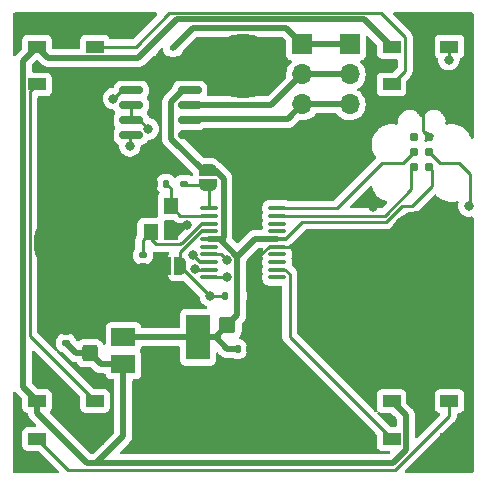
<source format=gbr>
%TF.GenerationSoftware,KiCad,Pcbnew,6.0.4+dfsg-1~bpo11+1*%
%TF.CreationDate,2022-05-23T04:18:39+00:00*%
%TF.ProjectId,LEDcube,4c454463-7562-4652-9e6b-696361645f70,rev?*%
%TF.SameCoordinates,Original*%
%TF.FileFunction,Copper,L1,Top*%
%TF.FilePolarity,Positive*%
%FSLAX46Y46*%
G04 Gerber Fmt 4.6, Leading zero omitted, Abs format (unit mm)*
G04 Created by KiCad (PCBNEW 6.0.4+dfsg-1~bpo11+1) date 2022-05-23 04:18:39*
%MOMM*%
%LPD*%
G01*
G04 APERTURE LIST*
G04 Aperture macros list*
%AMRoundRect*
0 Rectangle with rounded corners*
0 $1 Rounding radius*
0 $2 $3 $4 $5 $6 $7 $8 $9 X,Y pos of 4 corners*
0 Add a 4 corners polygon primitive as box body*
4,1,4,$2,$3,$4,$5,$6,$7,$8,$9,$2,$3,0*
0 Add four circle primitives for the rounded corners*
1,1,$1+$1,$2,$3*
1,1,$1+$1,$4,$5*
1,1,$1+$1,$6,$7*
1,1,$1+$1,$8,$9*
0 Add four rect primitives between the rounded corners*
20,1,$1+$1,$2,$3,$4,$5,0*
20,1,$1+$1,$4,$5,$6,$7,0*
20,1,$1+$1,$6,$7,$8,$9,0*
20,1,$1+$1,$8,$9,$2,$3,0*%
%AMFreePoly0*
4,1,22,0.500000,-0.750000,0.000000,-0.750000,0.000000,-0.745033,-0.079941,-0.743568,-0.215256,-0.701293,-0.333266,-0.622738,-0.424486,-0.514219,-0.481581,-0.384460,-0.499164,-0.250000,-0.500000,-0.250000,-0.500000,0.250000,-0.499164,0.250000,-0.499963,0.256109,-0.478152,0.396186,-0.417904,0.524511,-0.324060,0.630769,-0.204165,0.706417,-0.067858,0.745374,0.000000,0.744959,0.000000,0.750000,
0.500000,0.750000,0.500000,-0.750000,0.500000,-0.750000,$1*%
%AMFreePoly1*
4,1,20,0.000000,0.744959,0.073905,0.744508,0.209726,0.703889,0.328688,0.626782,0.421226,0.519385,0.479903,0.390333,0.500000,0.250000,0.500000,-0.250000,0.499851,-0.262216,0.476331,-0.402017,0.414519,-0.529596,0.319384,-0.634700,0.198574,-0.708877,0.061801,-0.746166,0.000000,-0.745033,0.000000,-0.750000,-0.500000,-0.750000,-0.500000,0.750000,0.000000,0.750000,0.000000,0.744959,
0.000000,0.744959,$1*%
G04 Aperture macros list end*
%TA.AperFunction,SMDPad,CuDef*%
%ADD10RoundRect,0.140000X0.140000X0.170000X-0.140000X0.170000X-0.140000X-0.170000X0.140000X-0.170000X0*%
%TD*%
%TA.AperFunction,SMDPad,CuDef*%
%ADD11R,1.500000X1.000000*%
%TD*%
%TA.AperFunction,SMDPad,CuDef*%
%ADD12RoundRect,0.140000X0.170000X-0.140000X0.170000X0.140000X-0.170000X0.140000X-0.170000X-0.140000X0*%
%TD*%
%TA.AperFunction,ComponentPad*%
%ADD13C,5.500000*%
%TD*%
%TA.AperFunction,SMDPad,CuDef*%
%ADD14R,1.200000X1.400000*%
%TD*%
%TA.AperFunction,SMDPad,CuDef*%
%ADD15RoundRect,0.140000X-0.140000X-0.170000X0.140000X-0.170000X0.140000X0.170000X-0.140000X0.170000X0*%
%TD*%
%TA.AperFunction,SMDPad,CuDef*%
%ADD16RoundRect,0.100000X-0.637500X-0.100000X0.637500X-0.100000X0.637500X0.100000X-0.637500X0.100000X0*%
%TD*%
%TA.AperFunction,SMDPad,CuDef*%
%ADD17R,0.600000X0.450000*%
%TD*%
%TA.AperFunction,SMDPad,CuDef*%
%ADD18RoundRect,0.250000X0.425000X-0.450000X0.425000X0.450000X-0.425000X0.450000X-0.425000X-0.450000X0*%
%TD*%
%TA.AperFunction,SMDPad,CuDef*%
%ADD19R,2.000000X1.500000*%
%TD*%
%TA.AperFunction,SMDPad,CuDef*%
%ADD20R,2.000000X3.800000*%
%TD*%
%TA.AperFunction,SMDPad,CuDef*%
%ADD21FreePoly0,270.000000*%
%TD*%
%TA.AperFunction,SMDPad,CuDef*%
%ADD22FreePoly1,270.000000*%
%TD*%
%TA.AperFunction,SMDPad,CuDef*%
%ADD23FreePoly0,180.000000*%
%TD*%
%TA.AperFunction,SMDPad,CuDef*%
%ADD24FreePoly1,180.000000*%
%TD*%
%TA.AperFunction,SMDPad,CuDef*%
%ADD25RoundRect,0.135000X0.185000X-0.135000X0.185000X0.135000X-0.185000X0.135000X-0.185000X-0.135000X0*%
%TD*%
%TA.AperFunction,SMDPad,CuDef*%
%ADD26RoundRect,0.140000X-0.170000X0.140000X-0.170000X-0.140000X0.170000X-0.140000X0.170000X0.140000X0*%
%TD*%
%TA.AperFunction,SMDPad,CuDef*%
%ADD27RoundRect,0.250000X-0.450000X-0.425000X0.450000X-0.425000X0.450000X0.425000X-0.450000X0.425000X0*%
%TD*%
%TA.AperFunction,SMDPad,CuDef*%
%ADD28RoundRect,0.150000X-0.825000X-0.150000X0.825000X-0.150000X0.825000X0.150000X-0.825000X0.150000X0*%
%TD*%
%TA.AperFunction,SMDPad,CuDef*%
%ADD29RoundRect,0.135000X0.135000X0.185000X-0.135000X0.185000X-0.135000X-0.185000X0.135000X-0.185000X0*%
%TD*%
%TA.AperFunction,ConnectorPad*%
%ADD30C,0.787400*%
%TD*%
%TA.AperFunction,ComponentPad*%
%ADD31R,1.700000X1.700000*%
%TD*%
%TA.AperFunction,ComponentPad*%
%ADD32O,1.700000X1.700000*%
%TD*%
%TA.AperFunction,ViaPad*%
%ADD33C,0.800000*%
%TD*%
%TA.AperFunction,Conductor*%
%ADD34C,0.250000*%
%TD*%
%TA.AperFunction,Conductor*%
%ADD35C,0.500000*%
%TD*%
G04 APERTURE END LIST*
D10*
%TO.P,C104,1*%
%TO.N,GND*%
X100480000Y-109000000D03*
%TO.P,C104,2*%
%TO.N,+3V3*%
X99520000Y-109000000D03*
%TD*%
D11*
%TO.P,D105,1,VDD*%
%TO.N,+5V*%
X112550000Y-113400000D03*
%TO.P,D105,2,DOUT*%
%TO.N,/DOUT*%
X112550000Y-116600000D03*
%TO.P,D105,3,VSS*%
%TO.N,GND*%
X117450000Y-116600000D03*
%TO.P,D105,4,DIN*%
%TO.N,Net-(D104-Pad2)*%
X117450000Y-113400000D03*
%TD*%
D12*
%TO.P,C106,1*%
%TO.N,GND*%
X91500000Y-102000000D03*
%TO.P,C106,2*%
%TO.N,Net-(C106-Pad2)*%
X91500000Y-101040000D03*
%TD*%
D13*
%TO.P,H103,1,1*%
%TO.N,GND*%
X100000000Y-115000000D03*
%TD*%
D14*
%TO.P,Y101,1,1*%
%TO.N,GND*%
X92150000Y-96900000D03*
%TO.P,Y101,2,2*%
%TO.N,Net-(C106-Pad2)*%
X92150000Y-99100000D03*
%TO.P,Y101,3,3*%
%TO.N,GND*%
X93850000Y-99100000D03*
%TO.P,Y101,4,4*%
%TO.N,Net-(C105-Pad2)*%
X93850000Y-96900000D03*
%TD*%
D15*
%TO.P,C105,1*%
%TO.N,GND*%
X92500000Y-95000000D03*
%TO.P,C105,2*%
%TO.N,Net-(C105-Pad2)*%
X93460000Y-95000000D03*
%TD*%
D16*
%TO.P,U102,1,BOOT0*%
%TO.N,/BOOT0*%
X97137500Y-97075000D03*
%TO.P,U102,2,PF0*%
%TO.N,Net-(C105-Pad2)*%
X97137500Y-97725000D03*
%TO.P,U102,3,PF1*%
%TO.N,Net-(C106-Pad2)*%
X97137500Y-98375000D03*
%TO.P,U102,4,NRST*%
%TO.N,/~{RST}*%
X97137500Y-99025000D03*
%TO.P,U102,5,VDDA*%
%TO.N,+3V3*%
X97137500Y-99675000D03*
%TO.P,U102,6,PA0*%
%TO.N,unconnected-(U102-Pad6)*%
X97137500Y-100325000D03*
%TO.P,U102,7,PA1*%
%TO.N,Net-(U102-Pad7)*%
X97137500Y-100975000D03*
%TO.P,U102,8,PA2*%
%TO.N,Net-(U102-Pad8)*%
X97137500Y-101625000D03*
%TO.P,U102,9,PA3*%
%TO.N,Net-(U102-Pad9)*%
X97137500Y-102275000D03*
%TO.P,U102,10,PA4*%
%TO.N,/DIN*%
X97137500Y-102925000D03*
%TO.P,U102,11,PA5*%
%TO.N,unconnected-(U102-Pad11)*%
X102862500Y-102925000D03*
%TO.P,U102,12,PA6*%
%TO.N,/DOUT*%
X102862500Y-102275000D03*
%TO.P,U102,13,PA7*%
%TO.N,unconnected-(U102-Pad13)*%
X102862500Y-101625000D03*
%TO.P,U102,14,PB1*%
%TO.N,unconnected-(U102-Pad14)*%
X102862500Y-100975000D03*
%TO.P,U102,15,VSS*%
%TO.N,GND*%
X102862500Y-100325000D03*
%TO.P,U102,16,VDD*%
%TO.N,+3V3*%
X102862500Y-99675000D03*
%TO.P,U102,17,PA9*%
%TO.N,unconnected-(U102-Pad17)*%
X102862500Y-99025000D03*
%TO.P,U102,18,PA10*%
%TO.N,unconnected-(U102-Pad18)*%
X102862500Y-98375000D03*
%TO.P,U102,19,PA13*%
%TO.N,/SWDIO*%
X102862500Y-97725000D03*
%TO.P,U102,20,PA14*%
%TO.N,/SWCLK*%
X102862500Y-97075000D03*
%TD*%
D17*
%TO.P,D101,1,K*%
%TO.N,+5V*%
X91950000Y-83500000D03*
%TO.P,D101,2,A*%
%TO.N,Net-(D101-Pad2)*%
X94050000Y-83500000D03*
%TD*%
D18*
%TO.P,C101,1*%
%TO.N,+5V*%
X87000000Y-109350000D03*
%TO.P,C101,2*%
%TO.N,GND*%
X87000000Y-106650000D03*
%TD*%
D19*
%TO.P,U101,1,GND*%
%TO.N,GND*%
X89850000Y-105700000D03*
D20*
%TO.P,U101,2,VO*%
%TO.N,+3V3*%
X96150000Y-108000000D03*
D19*
X89850000Y-108000000D03*
%TO.P,U101,3,VI*%
%TO.N,+5V*%
X89850000Y-110300000D03*
%TD*%
D11*
%TO.P,D104,1,VDD*%
%TO.N,+5V*%
X82550000Y-113400000D03*
%TO.P,D104,2,DOUT*%
%TO.N,Net-(D104-Pad2)*%
X82550000Y-116600000D03*
%TO.P,D104,3,VSS*%
%TO.N,GND*%
X87450000Y-116600000D03*
%TO.P,D104,4,DIN*%
%TO.N,Net-(D103-Pad2)*%
X87450000Y-113400000D03*
%TD*%
%TO.P,D102,1,VDD*%
%TO.N,+5V*%
X112550000Y-83400000D03*
%TO.P,D102,2,DOUT*%
%TO.N,Net-(D102-Pad2)*%
X112550000Y-86600000D03*
%TO.P,D102,3,VSS*%
%TO.N,GND*%
X117450000Y-86600000D03*
%TO.P,D102,4,DIN*%
%TO.N,/DIN*%
X117450000Y-83400000D03*
%TD*%
D21*
%TO.P,JP102,1,A*%
%TO.N,+3V3*%
X97000000Y-93850000D03*
D22*
%TO.P,JP102,2,B*%
%TO.N,/BOOT0*%
X97000000Y-95150000D03*
%TD*%
D23*
%TO.P,JP101,1,A*%
%TO.N,/~{RST}*%
X94650000Y-102000000D03*
D24*
%TO.P,JP101,2,B*%
%TO.N,GND*%
X93350000Y-102000000D03*
%TD*%
D25*
%TO.P,R102,1*%
%TO.N,/BOOT0*%
X95000000Y-95010000D03*
%TO.P,R102,2*%
%TO.N,GND*%
X95000000Y-93990000D03*
%TD*%
D26*
%TO.P,C102,1*%
%TO.N,GND*%
X85000000Y-107520000D03*
%TO.P,C102,2*%
%TO.N,+5V*%
X85000000Y-108480000D03*
%TD*%
D13*
%TO.P,H104,1,1*%
%TO.N,GND*%
X85000000Y-100000000D03*
%TD*%
%TO.P,H102,1,1*%
%TO.N,GND*%
X115000000Y-100000000D03*
%TD*%
D27*
%TO.P,C103,1*%
%TO.N,+3V3*%
X98650000Y-107000000D03*
%TO.P,C103,2*%
%TO.N,GND*%
X101350000Y-107000000D03*
%TD*%
D28*
%TO.P,U103,1,RO*%
%TO.N,Net-(U102-Pad9)*%
X90505000Y-87095000D03*
%TO.P,U103,2,~{RE}*%
%TO.N,Net-(U102-Pad7)*%
X90505000Y-88365000D03*
%TO.P,U103,3,DE*%
X90505000Y-89635000D03*
%TO.P,U103,4,DI*%
%TO.N,Net-(U102-Pad8)*%
X90505000Y-90905000D03*
%TO.P,U103,5,GND*%
%TO.N,GND*%
X95455000Y-90905000D03*
%TO.P,U103,6,A*%
%TO.N,/A*%
X95455000Y-89635000D03*
%TO.P,U103,7,B*%
%TO.N,/B*%
X95455000Y-88365000D03*
%TO.P,U103,8,VCC*%
%TO.N,+3V3*%
X95455000Y-87095000D03*
%TD*%
D13*
%TO.P,H101,1,1*%
%TO.N,GND*%
X100000000Y-85000000D03*
%TD*%
D29*
%TO.P,R101,1*%
%TO.N,+3V3*%
X99500000Y-104500000D03*
%TO.P,R101,2*%
%TO.N,/~{RST}*%
X98480000Y-104500000D03*
%TD*%
D11*
%TO.P,D103,1,VDD*%
%TO.N,+5V*%
X82550000Y-83400000D03*
%TO.P,D103,2,DOUT*%
%TO.N,Net-(D103-Pad2)*%
X82550000Y-86600000D03*
%TO.P,D103,3,VSS*%
%TO.N,GND*%
X87450000Y-86600000D03*
%TO.P,D103,4,DIN*%
%TO.N,Net-(D102-Pad2)*%
X87450000Y-83400000D03*
%TD*%
D30*
%TO.P,J103,1,Pin_1*%
%TO.N,+3V3*%
X115735000Y-93570000D03*
%TO.P,J103,2,Pin_2*%
%TO.N,/SWDIO*%
X114465000Y-93570000D03*
%TO.P,J103,3,Pin_3*%
%TO.N,/~{RST}*%
X115735000Y-92300000D03*
%TO.P,J103,4,Pin_4*%
%TO.N,/SWCLK*%
X114465000Y-92300000D03*
%TO.P,J103,5,Pin_5*%
%TO.N,GND*%
X115735000Y-91030000D03*
%TO.P,J103,6,Pin_6*%
%TO.N,unconnected-(J103-Pad6)*%
X114465000Y-91030000D03*
%TD*%
D31*
%TO.P,J101,1,Pin_1*%
%TO.N,Net-(D101-Pad2)*%
X105000000Y-83200000D03*
D32*
%TO.P,J101,2,Pin_2*%
%TO.N,/B*%
X105000000Y-85740000D03*
%TO.P,J101,3,Pin_3*%
%TO.N,/A*%
X105000000Y-88280000D03*
%TO.P,J101,4,Pin_4*%
%TO.N,GND*%
X105000000Y-90820000D03*
%TD*%
D31*
%TO.P,J102,1,Pin_1*%
%TO.N,Net-(D101-Pad2)*%
X109000000Y-83200000D03*
D32*
%TO.P,J102,2,Pin_2*%
%TO.N,/B*%
X109000000Y-85740000D03*
%TO.P,J102,3,Pin_3*%
%TO.N,/A*%
X109000000Y-88280000D03*
%TO.P,J102,4,Pin_4*%
%TO.N,GND*%
X109000000Y-90820000D03*
%TD*%
D33*
%TO.N,GND*%
X82200000Y-118300000D03*
X112600000Y-115000000D03*
X89900000Y-81700000D03*
X85000000Y-82900000D03*
X95200000Y-98500000D03*
X111000000Y-97000000D03*
%TO.N,/DIN*%
X98600000Y-102900000D03*
X117400000Y-84500000D03*
%TO.N,/~{RST}*%
X119100000Y-96900000D03*
X97200000Y-104500000D03*
%TO.N,Net-(U102-Pad7)*%
X98600000Y-101500000D03*
X91966201Y-90358769D03*
%TO.N,Net-(U102-Pad8)*%
X95700000Y-101000000D03*
X90400000Y-91800000D03*
%TO.N,Net-(U102-Pad9)*%
X95937299Y-102262701D03*
X89000000Y-87800000D03*
%TD*%
D34*
%TO.N,GND*%
X115246179Y-90541179D02*
X115735000Y-91030000D01*
X102862500Y-100325000D02*
X106045000Y-100325000D01*
X115246179Y-88803821D02*
X115246179Y-90541179D01*
X106045000Y-100325000D02*
X106725000Y-101005000D01*
X117450000Y-86600000D02*
X115246179Y-88803821D01*
X101350000Y-101149639D02*
X101350000Y-107000000D01*
X102174639Y-100325000D02*
X101350000Y-101149639D01*
X102862500Y-100325000D02*
X102174639Y-100325000D01*
D35*
%TO.N,+5V*%
X91100489Y-84349511D02*
X91950000Y-83500000D01*
X91950000Y-83500000D02*
X94349031Y-81100969D01*
X89850000Y-110300000D02*
X89850000Y-116349022D01*
X82550000Y-114400000D02*
X86804520Y-118654520D01*
X89850000Y-116349022D02*
X87544502Y-118654520D01*
X85870000Y-109350000D02*
X85000000Y-108480000D01*
X112644502Y-118654520D02*
X113749511Y-117549511D01*
X113749511Y-114599511D02*
X112550000Y-113400000D01*
X82550000Y-83400000D02*
X81350489Y-84599511D01*
X87000000Y-109350000D02*
X85870000Y-109350000D01*
X82550000Y-113400000D02*
X82550000Y-114400000D01*
X83499511Y-84349511D02*
X91100489Y-84349511D01*
X87950000Y-110300000D02*
X87000000Y-109350000D01*
X94349031Y-81100969D02*
X110250969Y-81100969D01*
X113749511Y-117549511D02*
X113749511Y-114599511D01*
X81350489Y-112200489D02*
X82550000Y-113400000D01*
X82550000Y-83400000D02*
X83499511Y-84349511D01*
X86804520Y-118654520D02*
X112644502Y-118654520D01*
X110250969Y-81100969D02*
X112550000Y-83400000D01*
X81350489Y-84599511D02*
X81350489Y-112200489D01*
X89850000Y-110300000D02*
X87950000Y-110300000D01*
%TO.N,+3V3*%
X98650000Y-109000000D02*
X97650000Y-108000000D01*
D34*
X113467859Y-96867859D02*
X114302255Y-96867859D01*
D35*
X97137500Y-99675000D02*
X98203116Y-99675000D01*
X97000000Y-93850000D02*
X97585718Y-93850000D01*
D34*
X103550361Y-99675000D02*
X105000000Y-98225361D01*
D35*
X98324520Y-99553596D02*
X98203116Y-99675000D01*
X95455000Y-87095000D02*
X94902151Y-87095000D01*
D34*
X105000000Y-98225361D02*
X112110357Y-98225361D01*
X115969821Y-95200293D02*
X115969821Y-93804821D01*
D35*
X98002138Y-99675000D02*
X99500000Y-101172862D01*
D34*
X102862500Y-99675000D02*
X103550361Y-99675000D01*
D35*
X100997862Y-99675000D02*
X102862500Y-99675000D01*
X96150000Y-108000000D02*
X97650000Y-108000000D01*
X93900000Y-91200000D02*
X96550000Y-93850000D01*
D34*
X114302255Y-96867859D02*
X115969821Y-95200293D01*
D35*
X97585718Y-93850000D02*
X98324520Y-94588802D01*
D34*
X97137500Y-99675000D02*
X97825361Y-99675000D01*
D35*
X96550000Y-93850000D02*
X97000000Y-93850000D01*
X99500000Y-106150000D02*
X99500000Y-104500000D01*
D34*
X112110357Y-98225361D02*
X113467859Y-96867859D01*
D35*
X98650000Y-107000000D02*
X99500000Y-106150000D01*
X98324520Y-94588802D02*
X98324520Y-99553596D01*
X97650000Y-108000000D02*
X98650000Y-107000000D01*
X93900000Y-88097151D02*
X93900000Y-91200000D01*
X99500000Y-104500000D02*
X99500000Y-101172862D01*
D34*
X115969821Y-93804821D02*
X115735000Y-93570000D01*
D35*
X94902151Y-87095000D02*
X93900000Y-88097151D01*
X99500000Y-101172862D02*
X100997862Y-99675000D01*
X99520000Y-109000000D02*
X98650000Y-109000000D01*
X89850000Y-108000000D02*
X96150000Y-108000000D01*
D34*
%TO.N,Net-(C105-Pad2)*%
X94675000Y-97725000D02*
X93850000Y-96900000D01*
X97137500Y-97725000D02*
X94675000Y-97725000D01*
X93850000Y-95390000D02*
X93460000Y-95000000D01*
X93850000Y-96900000D02*
X93850000Y-95390000D01*
%TO.N,Net-(C106-Pad2)*%
X94624511Y-100124511D02*
X92624511Y-100124511D01*
X97137500Y-98375000D02*
X96449639Y-98375000D01*
X92150000Y-99650000D02*
X92150000Y-99100000D01*
X96449639Y-98375000D02*
X94774511Y-100050128D01*
X94698894Y-100050128D02*
X94624511Y-100124511D01*
X91500000Y-101040000D02*
X91500000Y-99750000D01*
X94774511Y-100050128D02*
X94698894Y-100050128D01*
X91500000Y-99750000D02*
X92150000Y-99100000D01*
X92624511Y-100124511D02*
X92150000Y-99650000D01*
D35*
%TO.N,Net-(D101-Pad2)*%
X95749511Y-81800489D02*
X94050000Y-83500000D01*
X105000000Y-83200000D02*
X103600489Y-81800489D01*
X109000000Y-83200000D02*
X105000000Y-83200000D01*
X103600489Y-81800489D02*
X95749511Y-81800489D01*
D34*
%TO.N,/DIN*%
X117400000Y-83450000D02*
X117450000Y-83400000D01*
X98575000Y-102925000D02*
X98600000Y-102900000D01*
X117400000Y-84500000D02*
X117400000Y-83450000D01*
X97137500Y-102925000D02*
X98575000Y-102925000D01*
%TO.N,Net-(D102-Pad2)*%
X113700000Y-82600000D02*
X111626450Y-80526450D01*
X113700000Y-85450000D02*
X113700000Y-82600000D01*
X111626450Y-80526450D02*
X93749528Y-80526450D01*
X112550000Y-86600000D02*
X113700000Y-85450000D01*
X93749528Y-80526450D02*
X90875978Y-83400000D01*
X90875978Y-83400000D02*
X87450000Y-83400000D01*
%TO.N,Net-(D103-Pad2)*%
X81925009Y-107875009D02*
X81925009Y-87224991D01*
X87450000Y-113400000D02*
X81925009Y-107875009D01*
X81925009Y-87224991D02*
X82550000Y-86600000D01*
%TO.N,Net-(D104-Pad2)*%
X82550000Y-116600000D02*
X85179039Y-119229039D01*
X117450000Y-114661516D02*
X117450000Y-113400000D01*
X112882477Y-119229039D02*
X117450000Y-114661516D01*
X85179039Y-119229039D02*
X112882477Y-119229039D01*
%TO.N,/DOUT*%
X103924520Y-107974520D02*
X103924520Y-102649159D01*
X103924520Y-102649159D02*
X103550361Y-102275000D01*
X112550000Y-116600000D02*
X103924520Y-107974520D01*
X103550361Y-102275000D02*
X102862500Y-102275000D01*
D35*
%TO.N,/A*%
X103759511Y-89520489D02*
X105000000Y-88280000D01*
X95455000Y-89635000D02*
X95569511Y-89520489D01*
X109000000Y-88280000D02*
X105000000Y-88280000D01*
X95569511Y-89520489D02*
X103759511Y-89520489D01*
%TO.N,/B*%
X109000000Y-85740000D02*
X105000000Y-85740000D01*
X102375000Y-88365000D02*
X105000000Y-85740000D01*
X95455000Y-88365000D02*
X102375000Y-88365000D01*
D34*
%TO.N,/SWDIO*%
X111975000Y-97725000D02*
X102862500Y-97725000D01*
X114230179Y-95469821D02*
X111975000Y-97725000D01*
X114230179Y-93804821D02*
X114230179Y-95469821D01*
X114465000Y-93570000D02*
X114230179Y-93804821D01*
%TO.N,/SWCLK*%
X102862500Y-97075000D02*
X107925000Y-97075000D01*
X114465000Y-92300000D02*
X113486971Y-93278029D01*
X113486971Y-93278029D02*
X111721971Y-93278029D01*
X107925000Y-97075000D02*
X111721971Y-93278029D01*
%TO.N,/~{RST}*%
X119201971Y-94193009D02*
X118235933Y-93226971D01*
X118235933Y-93226971D02*
X116661971Y-93226971D01*
X119201971Y-96798029D02*
X119201971Y-94193009D01*
X116661971Y-93226971D02*
X115735000Y-92300000D01*
X94650000Y-102000000D02*
X97150000Y-104500000D01*
X94650000Y-100810356D02*
X94650000Y-102000000D01*
X97137500Y-99025000D02*
X96435356Y-99025000D01*
X98480000Y-104500000D02*
X97200000Y-104500000D01*
X96435356Y-99025000D02*
X94650000Y-100810356D01*
X119100000Y-96900000D02*
X119201971Y-96798029D01*
X97200000Y-104500000D02*
X97150000Y-104500000D01*
%TO.N,/BOOT0*%
X97000000Y-95150000D02*
X95140000Y-95150000D01*
X97137500Y-97075000D02*
X97137500Y-95287500D01*
X97137500Y-95287500D02*
X97000000Y-95150000D01*
X95140000Y-95150000D02*
X95000000Y-95010000D01*
%TO.N,Net-(U102-Pad7)*%
X91242432Y-89635000D02*
X90505000Y-89635000D01*
X98075000Y-100975000D02*
X98600000Y-101500000D01*
X90505000Y-88365000D02*
X90505000Y-89635000D01*
X97137500Y-100975000D02*
X98075000Y-100975000D01*
X91966201Y-90358769D02*
X91242432Y-89635000D01*
%TO.N,Net-(U102-Pad8)*%
X90400000Y-91010000D02*
X90505000Y-90905000D01*
X97137500Y-101625000D02*
X96325000Y-101625000D01*
X96325000Y-101625000D02*
X95700000Y-101000000D01*
X90400000Y-91800000D02*
X90400000Y-91010000D01*
%TO.N,Net-(U102-Pad9)*%
X89000000Y-87800000D02*
X89705000Y-87095000D01*
X97137500Y-102275000D02*
X95949598Y-102275000D01*
X95949598Y-102275000D02*
X95937299Y-102262701D01*
X89705000Y-87095000D02*
X90505000Y-87095000D01*
%TD*%
%TA.AperFunction,Conductor*%
%TO.N,GND*%
G36*
X116280591Y-95889593D02*
G01*
X116338298Y-95933317D01*
X116346594Y-95944673D01*
X116349965Y-95948062D01*
X116349967Y-95948064D01*
X116525194Y-96124211D01*
X116525199Y-96124215D01*
X116528570Y-96127604D01*
X116643612Y-96212575D01*
X116694585Y-96250224D01*
X116736122Y-96280904D01*
X116740352Y-96283130D01*
X116740356Y-96283132D01*
X116960238Y-96398817D01*
X116964475Y-96401046D01*
X117208373Y-96485265D01*
X117400155Y-96520291D01*
X117444797Y-96528444D01*
X117462203Y-96531623D01*
X117544767Y-96535950D01*
X117705613Y-96535950D01*
X117707992Y-96535769D01*
X117707993Y-96535769D01*
X117892519Y-96521733D01*
X117892524Y-96521732D01*
X117897286Y-96521370D01*
X117901939Y-96520291D01*
X117901942Y-96520291D01*
X118080772Y-96478840D01*
X118151650Y-96482944D01*
X118209058Y-96524716D01*
X118234768Y-96590893D01*
X118229056Y-96640522D01*
X118217608Y-96675755D01*
X118206458Y-96710072D01*
X118186496Y-96900000D01*
X118187186Y-96906565D01*
X118205427Y-97080114D01*
X118206458Y-97089928D01*
X118265473Y-97271556D01*
X118360960Y-97436944D01*
X118365378Y-97441851D01*
X118365379Y-97441852D01*
X118378197Y-97456088D01*
X118488747Y-97578866D01*
X118643248Y-97691118D01*
X118649276Y-97693802D01*
X118649278Y-97693803D01*
X118720348Y-97725445D01*
X118817712Y-97768794D01*
X118885614Y-97783227D01*
X118998056Y-97807128D01*
X118998061Y-97807128D01*
X119004513Y-97808500D01*
X119195487Y-97808500D01*
X119201939Y-97807128D01*
X119201944Y-97807128D01*
X119339803Y-97777825D01*
X119410594Y-97783227D01*
X119467227Y-97826044D01*
X119491720Y-97892682D01*
X119492000Y-97901072D01*
X119492000Y-119366000D01*
X119471998Y-119434121D01*
X119418342Y-119480614D01*
X119366000Y-119492000D01*
X113819610Y-119492000D01*
X113751489Y-119471998D01*
X113704996Y-119418342D01*
X113694892Y-119348068D01*
X113724386Y-119283488D01*
X113730515Y-119276905D01*
X117842253Y-115165168D01*
X117850539Y-115157628D01*
X117857018Y-115153516D01*
X117903644Y-115103864D01*
X117906398Y-115101023D01*
X117926135Y-115081286D01*
X117928615Y-115078089D01*
X117936320Y-115069067D01*
X117961159Y-115042616D01*
X117966586Y-115036837D01*
X117970405Y-115029891D01*
X117970407Y-115029888D01*
X117976348Y-115019082D01*
X117987199Y-115002563D01*
X117994758Y-114992817D01*
X117999614Y-114986557D01*
X118002759Y-114979288D01*
X118002762Y-114979284D01*
X118017174Y-114945979D01*
X118022391Y-114935329D01*
X118043695Y-114896576D01*
X118048733Y-114876953D01*
X118055137Y-114858250D01*
X118060033Y-114846936D01*
X118060033Y-114846935D01*
X118063181Y-114839661D01*
X118064420Y-114831838D01*
X118064423Y-114831828D01*
X118070099Y-114795992D01*
X118072505Y-114784372D01*
X118081528Y-114749227D01*
X118081528Y-114749226D01*
X118083500Y-114741546D01*
X118083500Y-114721292D01*
X118085051Y-114701581D01*
X118086980Y-114689402D01*
X118088220Y-114681573D01*
X118084059Y-114637554D01*
X118083500Y-114625697D01*
X118083500Y-114534500D01*
X118103502Y-114466379D01*
X118157158Y-114419886D01*
X118209500Y-114408500D01*
X118248134Y-114408500D01*
X118310316Y-114401745D01*
X118446705Y-114350615D01*
X118563261Y-114263261D01*
X118650615Y-114146705D01*
X118701745Y-114010316D01*
X118708500Y-113948134D01*
X118708500Y-112851866D01*
X118701745Y-112789684D01*
X118650615Y-112653295D01*
X118563261Y-112536739D01*
X118446705Y-112449385D01*
X118310316Y-112398255D01*
X118248134Y-112391500D01*
X116651866Y-112391500D01*
X116589684Y-112398255D01*
X116453295Y-112449385D01*
X116336739Y-112536739D01*
X116249385Y-112653295D01*
X116198255Y-112789684D01*
X116191500Y-112851866D01*
X116191500Y-113948134D01*
X116198255Y-114010316D01*
X116249385Y-114146705D01*
X116336739Y-114263261D01*
X116453295Y-114350615D01*
X116461704Y-114353767D01*
X116461705Y-114353768D01*
X116569493Y-114394176D01*
X116626258Y-114436817D01*
X116650958Y-114503379D01*
X116635751Y-114572728D01*
X116614359Y-114601253D01*
X114723106Y-116492505D01*
X114660794Y-116526531D01*
X114589978Y-116521466D01*
X114533143Y-116478919D01*
X114508332Y-116412399D01*
X114508011Y-116403410D01*
X114508011Y-114666581D01*
X114509444Y-114647631D01*
X114511610Y-114633396D01*
X114511610Y-114633392D01*
X114512710Y-114626162D01*
X114508426Y-114573493D01*
X114508011Y-114563278D01*
X114508011Y-114555218D01*
X114507361Y-114549637D01*
X114504722Y-114527008D01*
X114504289Y-114522632D01*
X114502723Y-114503379D01*
X114498371Y-114449875D01*
X114496116Y-114442914D01*
X114494929Y-114436974D01*
X114493540Y-114431099D01*
X114492693Y-114423830D01*
X114467775Y-114355181D01*
X114466358Y-114351053D01*
X114446118Y-114288575D01*
X114446117Y-114288573D01*
X114443862Y-114281612D01*
X114440066Y-114275357D01*
X114437560Y-114269883D01*
X114434841Y-114264453D01*
X114432344Y-114257574D01*
X114392325Y-114196535D01*
X114389978Y-114192816D01*
X114371133Y-114161760D01*
X114352106Y-114130404D01*
X114344708Y-114122027D01*
X114344735Y-114122003D01*
X114342082Y-114119011D01*
X114339379Y-114115778D01*
X114335367Y-114109659D01*
X114279128Y-114056383D01*
X114276686Y-114054005D01*
X113845405Y-113622724D01*
X113811379Y-113560412D01*
X113808500Y-113533629D01*
X113808500Y-112851866D01*
X113801745Y-112789684D01*
X113750615Y-112653295D01*
X113663261Y-112536739D01*
X113546705Y-112449385D01*
X113410316Y-112398255D01*
X113348134Y-112391500D01*
X111751866Y-112391500D01*
X111689684Y-112398255D01*
X111553295Y-112449385D01*
X111436739Y-112536739D01*
X111349385Y-112653295D01*
X111298255Y-112789684D01*
X111291500Y-112851866D01*
X111291500Y-113948134D01*
X111298255Y-114010316D01*
X111349385Y-114146705D01*
X111355948Y-114155462D01*
X111356630Y-114157287D01*
X111359079Y-114161760D01*
X111358434Y-114162113D01*
X111380798Y-114221965D01*
X111365749Y-114291348D01*
X111315578Y-114341581D01*
X111246213Y-114356714D01*
X111179678Y-114331944D01*
X111166030Y-114320125D01*
X104594925Y-107749020D01*
X104560899Y-107686708D01*
X104558020Y-107659925D01*
X104558020Y-102727927D01*
X104558547Y-102716744D01*
X104560222Y-102709251D01*
X104558082Y-102641160D01*
X104558020Y-102637203D01*
X104558020Y-102609303D01*
X104557516Y-102605312D01*
X104556583Y-102593470D01*
X104555443Y-102557195D01*
X104555194Y-102549270D01*
X104552982Y-102541656D01*
X104552981Y-102541651D01*
X104549543Y-102529818D01*
X104545532Y-102510454D01*
X104543987Y-102498223D01*
X104542994Y-102490362D01*
X104540077Y-102482995D01*
X104540076Y-102482990D01*
X104526718Y-102449251D01*
X104522874Y-102438024D01*
X104517339Y-102418973D01*
X104510538Y-102395566D01*
X104500227Y-102378131D01*
X104491532Y-102360383D01*
X104484072Y-102341542D01*
X104458084Y-102305772D01*
X104451568Y-102295852D01*
X104433098Y-102264622D01*
X104429062Y-102257797D01*
X104423456Y-102252190D01*
X104414740Y-102243474D01*
X104401899Y-102228440D01*
X104394651Y-102218464D01*
X104394650Y-102218463D01*
X104389992Y-102212052D01*
X104355921Y-102183866D01*
X104347142Y-102175877D01*
X104132387Y-101961122D01*
X104098361Y-101898810D01*
X104096560Y-101855581D01*
X104107962Y-101768972D01*
X104107962Y-101768971D01*
X104108500Y-101764885D01*
X104108499Y-101485116D01*
X104106656Y-101471112D01*
X104093916Y-101374337D01*
X104093916Y-101374335D01*
X104092838Y-101366150D01*
X104085411Y-101348219D01*
X104077821Y-101277630D01*
X104085411Y-101251780D01*
X104086149Y-101250000D01*
X104089679Y-101241478D01*
X104089679Y-101241477D01*
X104092838Y-101233850D01*
X104108500Y-101114885D01*
X104108499Y-100835116D01*
X104104424Y-100804156D01*
X104093916Y-100724337D01*
X104093916Y-100724335D01*
X104092838Y-100716150D01*
X104047924Y-100607718D01*
X104034684Y-100575752D01*
X104034683Y-100575750D01*
X104031524Y-100568124D01*
X103933987Y-100441013D01*
X103913068Y-100424961D01*
X103871202Y-100367622D01*
X103866982Y-100296751D01*
X103901747Y-100234848D01*
X103913070Y-100225038D01*
X103927438Y-100214013D01*
X103927441Y-100214010D01*
X103933987Y-100208987D01*
X103981725Y-100146775D01*
X103987357Y-100140553D01*
X103987468Y-100140472D01*
X104015659Y-100106395D01*
X104023649Y-100097616D01*
X105225499Y-98895766D01*
X105287811Y-98861740D01*
X105314594Y-98858861D01*
X112031590Y-98858861D01*
X112042773Y-98859388D01*
X112050266Y-98861063D01*
X112058192Y-98860814D01*
X112058193Y-98860814D01*
X112118343Y-98858923D01*
X112122302Y-98858861D01*
X112150213Y-98858861D01*
X112154148Y-98858364D01*
X112154213Y-98858356D01*
X112166050Y-98857423D01*
X112198308Y-98856409D01*
X112202327Y-98856283D01*
X112210246Y-98856034D01*
X112229700Y-98850382D01*
X112249057Y-98846374D01*
X112261287Y-98844829D01*
X112261288Y-98844829D01*
X112269154Y-98843835D01*
X112276525Y-98840916D01*
X112276527Y-98840916D01*
X112310269Y-98827557D01*
X112321499Y-98823712D01*
X112356340Y-98813590D01*
X112356341Y-98813590D01*
X112363950Y-98811379D01*
X112370769Y-98807346D01*
X112370774Y-98807344D01*
X112381385Y-98801068D01*
X112399133Y-98792373D01*
X112417974Y-98784913D01*
X112432530Y-98774338D01*
X112453744Y-98758925D01*
X112463664Y-98752409D01*
X112494892Y-98733941D01*
X112494895Y-98733939D01*
X112501719Y-98729903D01*
X112516040Y-98715582D01*
X112531074Y-98702741D01*
X112541051Y-98695492D01*
X112547464Y-98690833D01*
X112575655Y-98656756D01*
X112583645Y-98647977D01*
X113693359Y-97538264D01*
X113755671Y-97504238D01*
X113782454Y-97501359D01*
X114223488Y-97501359D01*
X114234671Y-97501886D01*
X114242164Y-97503561D01*
X114250090Y-97503312D01*
X114250091Y-97503312D01*
X114310241Y-97501421D01*
X114314200Y-97501359D01*
X114342111Y-97501359D01*
X114346046Y-97500862D01*
X114346111Y-97500854D01*
X114357948Y-97499921D01*
X114390206Y-97498907D01*
X114394225Y-97498781D01*
X114402144Y-97498532D01*
X114421598Y-97492880D01*
X114440955Y-97488872D01*
X114453185Y-97487327D01*
X114453186Y-97487327D01*
X114461052Y-97486333D01*
X114468423Y-97483414D01*
X114468425Y-97483414D01*
X114502167Y-97470055D01*
X114513397Y-97466210D01*
X114548238Y-97456088D01*
X114548239Y-97456088D01*
X114555848Y-97453877D01*
X114562667Y-97449844D01*
X114562672Y-97449842D01*
X114573283Y-97443566D01*
X114591031Y-97434871D01*
X114609872Y-97427411D01*
X114616811Y-97422370D01*
X114645642Y-97401423D01*
X114655562Y-97394907D01*
X114686790Y-97376439D01*
X114686793Y-97376437D01*
X114693617Y-97372401D01*
X114707938Y-97358080D01*
X114722972Y-97345239D01*
X114739362Y-97333331D01*
X114767553Y-97299254D01*
X114775543Y-97290475D01*
X116147464Y-95918554D01*
X116209776Y-95884528D01*
X116280591Y-95889593D01*
G37*
%TD.AperFunction*%
%TA.AperFunction,Conductor*%
G36*
X80716512Y-112629561D02*
G01*
X80741717Y-112659417D01*
X80747894Y-112669596D01*
X80751610Y-112673804D01*
X80751611Y-112673805D01*
X80755292Y-112677973D01*
X80755265Y-112677997D01*
X80757918Y-112680989D01*
X80760621Y-112684222D01*
X80764633Y-112690341D01*
X80769945Y-112695373D01*
X80820872Y-112743617D01*
X80823314Y-112745995D01*
X81254595Y-113177276D01*
X81288621Y-113239588D01*
X81291500Y-113266371D01*
X81291500Y-113948134D01*
X81298255Y-114010316D01*
X81349385Y-114146705D01*
X81436739Y-114263261D01*
X81553295Y-114350615D01*
X81689684Y-114401745D01*
X81697541Y-114402598D01*
X81701967Y-114403651D01*
X81763614Y-114438869D01*
X81796434Y-114501824D01*
X81798405Y-114516016D01*
X81801140Y-114549637D01*
X81803396Y-114556602D01*
X81804587Y-114562560D01*
X81805971Y-114568415D01*
X81806818Y-114575681D01*
X81831735Y-114644327D01*
X81833152Y-114648455D01*
X81850363Y-114701581D01*
X81855649Y-114717899D01*
X81859445Y-114724154D01*
X81861951Y-114729628D01*
X81864670Y-114735058D01*
X81867167Y-114741937D01*
X81871180Y-114748057D01*
X81871180Y-114748058D01*
X81907186Y-114802976D01*
X81909523Y-114806680D01*
X81947405Y-114869107D01*
X81951121Y-114873315D01*
X81951122Y-114873316D01*
X81954803Y-114877484D01*
X81954776Y-114877508D01*
X81957429Y-114880500D01*
X81960132Y-114883733D01*
X81964144Y-114889852D01*
X81969456Y-114894884D01*
X82020383Y-114943128D01*
X82022825Y-114945506D01*
X82453724Y-115376405D01*
X82487750Y-115438717D01*
X82482685Y-115509532D01*
X82440138Y-115566368D01*
X82373618Y-115591179D01*
X82364629Y-115591500D01*
X81751866Y-115591500D01*
X81689684Y-115598255D01*
X81553295Y-115649385D01*
X81436739Y-115736739D01*
X81349385Y-115853295D01*
X81298255Y-115989684D01*
X81291500Y-116051866D01*
X81291500Y-117148134D01*
X81298255Y-117210316D01*
X81349385Y-117346705D01*
X81436739Y-117463261D01*
X81553295Y-117550615D01*
X81689684Y-117601745D01*
X81751866Y-117608500D01*
X82610406Y-117608500D01*
X82678527Y-117628502D01*
X82699501Y-117645405D01*
X84331001Y-119276905D01*
X84365027Y-119339217D01*
X84359962Y-119410032D01*
X84317415Y-119466868D01*
X84250895Y-119491679D01*
X84241906Y-119492000D01*
X80634000Y-119492000D01*
X80565879Y-119471998D01*
X80519386Y-119418342D01*
X80508000Y-119366000D01*
X80508000Y-112724785D01*
X80528002Y-112656664D01*
X80581658Y-112610171D01*
X80651932Y-112600067D01*
X80716512Y-112629561D01*
G37*
%TD.AperFunction*%
%TA.AperFunction,Conductor*%
G36*
X103302239Y-82578991D02*
G01*
X103323213Y-82595894D01*
X103604595Y-82877276D01*
X103638621Y-82939588D01*
X103641500Y-82966371D01*
X103641500Y-84098134D01*
X103648255Y-84160316D01*
X103699385Y-84296705D01*
X103786739Y-84413261D01*
X103903295Y-84500615D01*
X103911704Y-84503767D01*
X103911705Y-84503768D01*
X104020451Y-84544535D01*
X104077216Y-84587176D01*
X104101916Y-84653738D01*
X104086709Y-84723087D01*
X104067316Y-84749568D01*
X103944667Y-84877913D01*
X103940629Y-84882138D01*
X103937720Y-84886403D01*
X103937714Y-84886411D01*
X103907942Y-84930055D01*
X103814743Y-85066680D01*
X103720688Y-85269305D01*
X103660989Y-85484570D01*
X103637251Y-85706695D01*
X103650110Y-85929715D01*
X103651247Y-85934760D01*
X103651966Y-85939877D01*
X103650518Y-85940081D01*
X103646398Y-86004274D01*
X103617119Y-86050200D01*
X102097724Y-87569595D01*
X102035412Y-87603621D01*
X102008629Y-87606500D01*
X97028519Y-87606500D01*
X96960398Y-87586498D01*
X96913905Y-87532842D01*
X96903801Y-87462568D01*
X96907522Y-87445348D01*
X96933767Y-87355011D01*
X96933768Y-87355007D01*
X96935562Y-87348831D01*
X96936392Y-87338297D01*
X96938307Y-87313958D01*
X96938307Y-87313950D01*
X96938500Y-87311502D01*
X96938500Y-86878498D01*
X96937083Y-86860488D01*
X96936067Y-86847579D01*
X96936066Y-86847574D01*
X96935562Y-86841169D01*
X96897463Y-86710031D01*
X96891357Y-86689012D01*
X96891356Y-86689010D01*
X96889145Y-86681399D01*
X96872107Y-86652589D01*
X96808491Y-86545020D01*
X96808489Y-86545017D01*
X96804453Y-86538193D01*
X96686807Y-86420547D01*
X96679983Y-86416511D01*
X96679980Y-86416509D01*
X96550427Y-86339892D01*
X96550428Y-86339892D01*
X96543601Y-86335855D01*
X96535990Y-86333644D01*
X96535988Y-86333643D01*
X96483769Y-86318472D01*
X96383831Y-86289438D01*
X96377426Y-86288934D01*
X96377421Y-86288933D01*
X96348958Y-86286693D01*
X96348950Y-86286693D01*
X96346502Y-86286500D01*
X94563498Y-86286500D01*
X94561050Y-86286693D01*
X94561042Y-86286693D01*
X94532579Y-86288933D01*
X94532574Y-86288934D01*
X94526169Y-86289438D01*
X94426231Y-86318472D01*
X94374012Y-86333643D01*
X94374010Y-86333644D01*
X94366399Y-86335855D01*
X94359572Y-86339892D01*
X94359573Y-86339892D01*
X94230020Y-86416509D01*
X94230017Y-86416511D01*
X94223193Y-86420547D01*
X94105547Y-86538193D01*
X94101511Y-86545017D01*
X94101509Y-86545020D01*
X94037893Y-86652589D01*
X94020855Y-86681399D01*
X94018644Y-86689010D01*
X94018643Y-86689012D01*
X94012537Y-86710031D01*
X93974438Y-86841169D01*
X93973934Y-86847574D01*
X93973933Y-86847579D01*
X93972917Y-86860488D01*
X93971500Y-86878498D01*
X93971500Y-86900780D01*
X93951498Y-86968901D01*
X93934595Y-86989875D01*
X93411089Y-87513381D01*
X93396677Y-87525767D01*
X93385082Y-87534300D01*
X93385077Y-87534305D01*
X93379182Y-87538643D01*
X93374443Y-87544221D01*
X93374440Y-87544224D01*
X93344965Y-87578919D01*
X93338035Y-87586435D01*
X93332340Y-87592130D01*
X93330060Y-87595012D01*
X93314719Y-87614402D01*
X93311928Y-87617806D01*
X93300301Y-87631492D01*
X93264667Y-87673436D01*
X93261339Y-87679952D01*
X93257972Y-87685001D01*
X93254805Y-87690130D01*
X93250266Y-87695867D01*
X93219345Y-87762026D01*
X93217442Y-87765920D01*
X93184231Y-87830959D01*
X93182492Y-87838067D01*
X93180393Y-87843710D01*
X93178476Y-87849473D01*
X93175378Y-87856101D01*
X93173888Y-87863263D01*
X93173888Y-87863264D01*
X93160514Y-87927563D01*
X93159544Y-87931847D01*
X93142192Y-88002761D01*
X93141500Y-88013915D01*
X93141464Y-88013913D01*
X93141225Y-88017906D01*
X93140851Y-88022098D01*
X93139360Y-88029266D01*
X93139558Y-88036583D01*
X93141454Y-88106672D01*
X93141500Y-88110079D01*
X93141500Y-91132930D01*
X93140067Y-91151880D01*
X93138070Y-91165008D01*
X93136801Y-91173349D01*
X93137394Y-91180641D01*
X93137394Y-91180644D01*
X93141085Y-91226018D01*
X93141500Y-91236233D01*
X93141500Y-91244293D01*
X93141925Y-91247937D01*
X93144789Y-91272507D01*
X93145222Y-91276882D01*
X93149171Y-91325427D01*
X93151140Y-91349637D01*
X93153396Y-91356601D01*
X93154587Y-91362560D01*
X93155971Y-91368415D01*
X93156818Y-91375681D01*
X93181735Y-91444327D01*
X93183152Y-91448455D01*
X93187478Y-91461807D01*
X93205649Y-91517899D01*
X93209445Y-91524154D01*
X93211951Y-91529628D01*
X93214670Y-91535058D01*
X93217167Y-91541937D01*
X93221180Y-91548057D01*
X93221180Y-91548058D01*
X93257186Y-91602976D01*
X93259523Y-91606680D01*
X93297405Y-91669107D01*
X93301121Y-91673315D01*
X93301122Y-91673316D01*
X93304803Y-91677484D01*
X93304776Y-91677508D01*
X93307429Y-91680500D01*
X93310132Y-91683733D01*
X93314144Y-91689852D01*
X93370383Y-91743128D01*
X93372825Y-91745506D01*
X95699366Y-94072047D01*
X95733392Y-94134359D01*
X95736271Y-94161142D01*
X95736271Y-94232508D01*
X95716269Y-94300629D01*
X95662613Y-94347122D01*
X95592339Y-94357226D01*
X95546132Y-94340962D01*
X95449419Y-94283766D01*
X95449418Y-94283766D01*
X95442596Y-94279731D01*
X95434985Y-94277520D01*
X95434983Y-94277519D01*
X95344250Y-94251159D01*
X95286466Y-94234371D01*
X95280059Y-94233867D01*
X95280055Y-94233866D01*
X95252444Y-94231693D01*
X95252438Y-94231693D01*
X95249989Y-94231500D01*
X95000152Y-94231500D01*
X94750012Y-94231501D01*
X94713534Y-94234371D01*
X94628162Y-94259174D01*
X94565017Y-94277519D01*
X94565015Y-94277520D01*
X94557404Y-94279731D01*
X94550582Y-94283766D01*
X94550581Y-94283766D01*
X94447877Y-94344505D01*
X94417459Y-94362494D01*
X94318344Y-94461609D01*
X94256032Y-94495635D01*
X94185217Y-94490570D01*
X94128381Y-94448023D01*
X94120798Y-94436658D01*
X94120524Y-94436194D01*
X94120520Y-94436189D01*
X94116488Y-94429371D01*
X94000629Y-94313512D01*
X93950331Y-94283766D01*
X93866420Y-94234141D01*
X93866419Y-94234141D01*
X93859597Y-94230106D01*
X93851986Y-94227895D01*
X93851984Y-94227894D01*
X93801005Y-94213084D01*
X93702254Y-94184394D01*
X93695849Y-94183890D01*
X93695844Y-94183889D01*
X93667940Y-94181693D01*
X93667932Y-94181693D01*
X93665484Y-94181500D01*
X93254516Y-94181500D01*
X93252068Y-94181693D01*
X93252060Y-94181693D01*
X93224156Y-94183889D01*
X93224151Y-94183890D01*
X93217746Y-94184394D01*
X93118995Y-94213084D01*
X93068016Y-94227894D01*
X93068014Y-94227895D01*
X93060403Y-94230106D01*
X93053581Y-94234141D01*
X93053580Y-94234141D01*
X92969669Y-94283766D01*
X92919371Y-94313512D01*
X92803512Y-94429371D01*
X92799478Y-94436192D01*
X92784447Y-94461609D01*
X92720106Y-94570403D01*
X92674394Y-94727746D01*
X92671500Y-94764516D01*
X92671500Y-95235484D01*
X92674394Y-95272254D01*
X92720106Y-95429597D01*
X92724141Y-95436419D01*
X92724141Y-95436420D01*
X92799478Y-95563808D01*
X92803512Y-95570629D01*
X92889985Y-95657102D01*
X92924011Y-95719414D01*
X92918946Y-95790229D01*
X92891207Y-95833390D01*
X92886739Y-95836739D01*
X92799385Y-95953295D01*
X92748255Y-96089684D01*
X92741500Y-96151866D01*
X92741500Y-97648134D01*
X92748255Y-97710316D01*
X92751029Y-97717715D01*
X92751029Y-97717716D01*
X92752363Y-97721275D01*
X92752580Y-97724238D01*
X92752856Y-97725400D01*
X92752668Y-97725445D01*
X92757543Y-97792082D01*
X92723620Y-97854450D01*
X92661363Y-97888577D01*
X92634379Y-97891500D01*
X91501866Y-97891500D01*
X91439684Y-97898255D01*
X91303295Y-97949385D01*
X91186739Y-98036739D01*
X91099385Y-98153295D01*
X91048255Y-98289684D01*
X91041500Y-98351866D01*
X91041500Y-99262937D01*
X91021498Y-99331058D01*
X91007352Y-99349188D01*
X90983414Y-99374679D01*
X90979595Y-99381625D01*
X90979593Y-99381628D01*
X90973652Y-99392434D01*
X90962801Y-99408953D01*
X90950386Y-99424959D01*
X90947241Y-99432228D01*
X90947238Y-99432232D01*
X90932826Y-99465537D01*
X90927609Y-99476187D01*
X90906305Y-99514940D01*
X90904334Y-99522615D01*
X90904334Y-99522616D01*
X90901267Y-99534562D01*
X90894863Y-99553266D01*
X90886819Y-99571855D01*
X90885580Y-99579678D01*
X90885577Y-99579688D01*
X90879901Y-99615524D01*
X90877495Y-99627144D01*
X90875008Y-99636832D01*
X90866500Y-99669970D01*
X90866500Y-99690224D01*
X90864949Y-99709934D01*
X90861780Y-99729943D01*
X90862526Y-99737835D01*
X90865941Y-99773961D01*
X90866500Y-99785819D01*
X90866500Y-100394193D01*
X90846498Y-100462314D01*
X90829595Y-100483288D01*
X90813512Y-100499371D01*
X90730106Y-100640403D01*
X90727895Y-100648014D01*
X90727894Y-100648016D01*
X90720309Y-100674125D01*
X90684394Y-100797746D01*
X90683890Y-100804151D01*
X90683889Y-100804156D01*
X90681724Y-100831669D01*
X90681500Y-100834516D01*
X90681500Y-101245484D01*
X90681693Y-101247932D01*
X90681693Y-101247940D01*
X90681996Y-101251780D01*
X90684394Y-101282254D01*
X90730106Y-101439597D01*
X90734141Y-101446419D01*
X90734141Y-101446420D01*
X90809478Y-101573808D01*
X90813512Y-101580629D01*
X90929371Y-101696488D01*
X90936192Y-101700522D01*
X91051937Y-101768973D01*
X91070403Y-101779894D01*
X91078014Y-101782105D01*
X91078016Y-101782106D01*
X91128995Y-101796916D01*
X91227746Y-101825606D01*
X91234151Y-101826110D01*
X91234156Y-101826111D01*
X91262060Y-101828307D01*
X91262068Y-101828307D01*
X91264516Y-101828500D01*
X91735484Y-101828500D01*
X91737932Y-101828307D01*
X91737940Y-101828307D01*
X91765844Y-101826111D01*
X91765849Y-101826110D01*
X91772254Y-101825606D01*
X91871005Y-101796916D01*
X91921984Y-101782106D01*
X91921986Y-101782105D01*
X91929597Y-101779894D01*
X91948064Y-101768973D01*
X92063808Y-101700522D01*
X92070629Y-101696488D01*
X92186488Y-101580629D01*
X92190522Y-101573808D01*
X92265859Y-101446420D01*
X92265859Y-101446419D01*
X92269894Y-101439597D01*
X92315606Y-101282254D01*
X92318005Y-101251780D01*
X92318307Y-101247940D01*
X92318307Y-101247932D01*
X92318500Y-101245484D01*
X92318500Y-100864968D01*
X92338502Y-100796847D01*
X92392158Y-100750354D01*
X92464212Y-100740519D01*
X92490034Y-100744609D01*
X92501655Y-100747016D01*
X92536800Y-100756039D01*
X92544481Y-100758011D01*
X92564735Y-100758011D01*
X92584445Y-100759562D01*
X92604454Y-100762731D01*
X92612346Y-100761985D01*
X92648472Y-100758570D01*
X92660330Y-100758011D01*
X93627568Y-100758011D01*
X93695689Y-100778013D01*
X93742182Y-100831669D01*
X93752286Y-100901943D01*
X93727166Y-100956945D01*
X93728598Y-100957865D01*
X93723726Y-100965445D01*
X93717824Y-100972257D01*
X93657081Y-101105266D01*
X93636271Y-101250000D01*
X93636271Y-101670519D01*
X93635767Y-101681777D01*
X93631318Y-101731373D01*
X93631167Y-101743715D01*
X93633522Y-101779894D01*
X93636005Y-101818036D01*
X93636271Y-101826221D01*
X93636271Y-102170519D01*
X93635767Y-102181777D01*
X93631318Y-102231373D01*
X93631167Y-102243715D01*
X93632084Y-102257797D01*
X93636005Y-102318036D01*
X93636271Y-102326221D01*
X93636271Y-102750000D01*
X93641500Y-102823111D01*
X93682696Y-102963411D01*
X93687567Y-102970990D01*
X93756878Y-103078841D01*
X93756880Y-103078844D01*
X93761750Y-103086421D01*
X93768560Y-103092322D01*
X93865445Y-103176274D01*
X93865448Y-103176276D01*
X93872257Y-103182176D01*
X93880454Y-103185920D01*
X93880455Y-103185920D01*
X93938762Y-103212548D01*
X94005266Y-103242919D01*
X94150000Y-103263729D01*
X94640008Y-103263729D01*
X94640778Y-103263731D01*
X94710931Y-103264160D01*
X94710937Y-103264160D01*
X94715417Y-103264187D01*
X94799507Y-103252669D01*
X94855276Y-103245030D01*
X94855280Y-103245029D01*
X94859727Y-103244420D01*
X94896379Y-103233945D01*
X94967373Y-103234459D01*
X95020096Y-103266000D01*
X96258750Y-104504655D01*
X96292776Y-104566967D01*
X96294965Y-104580576D01*
X96306458Y-104689928D01*
X96365473Y-104871556D01*
X96460960Y-105036944D01*
X96588747Y-105178866D01*
X96606523Y-105191781D01*
X96728316Y-105280269D01*
X96743248Y-105291118D01*
X96749276Y-105293802D01*
X96749278Y-105293803D01*
X96876382Y-105350393D01*
X96930478Y-105396373D01*
X96951127Y-105464300D01*
X96931775Y-105532609D01*
X96878564Y-105579610D01*
X96825133Y-105591500D01*
X95101866Y-105591500D01*
X95039684Y-105598255D01*
X94903295Y-105649385D01*
X94786739Y-105736739D01*
X94699385Y-105853295D01*
X94648255Y-105989684D01*
X94641500Y-106051866D01*
X94641500Y-107115500D01*
X94621498Y-107183621D01*
X94567842Y-107230114D01*
X94515500Y-107241500D01*
X91474493Y-107241500D01*
X91406372Y-107221498D01*
X91359879Y-107167842D01*
X91352457Y-107146237D01*
X91351745Y-107139684D01*
X91348972Y-107132285D01*
X91303767Y-107011703D01*
X91300615Y-107003295D01*
X91213261Y-106886739D01*
X91096705Y-106799385D01*
X90960316Y-106748255D01*
X90898134Y-106741500D01*
X88801866Y-106741500D01*
X88739684Y-106748255D01*
X88603295Y-106799385D01*
X88486739Y-106886739D01*
X88399385Y-107003295D01*
X88348255Y-107139684D01*
X88341500Y-107201866D01*
X88341500Y-108496510D01*
X88321498Y-108564631D01*
X88267842Y-108611124D01*
X88197568Y-108621228D01*
X88132988Y-108591734D01*
X88108356Y-108562813D01*
X88027332Y-108431880D01*
X88023478Y-108425652D01*
X87898303Y-108300695D01*
X87878607Y-108288554D01*
X87753968Y-108211725D01*
X87753966Y-108211724D01*
X87747738Y-108207885D01*
X87646880Y-108174432D01*
X87586389Y-108154368D01*
X87586387Y-108154368D01*
X87579861Y-108152203D01*
X87573025Y-108151503D01*
X87573022Y-108151502D01*
X87529969Y-108147091D01*
X87475400Y-108141500D01*
X86524600Y-108141500D01*
X86521354Y-108141837D01*
X86521350Y-108141837D01*
X86425692Y-108151762D01*
X86425688Y-108151763D01*
X86418834Y-108152474D01*
X86412298Y-108154655D01*
X86412296Y-108154655D01*
X86331254Y-108181693D01*
X86251054Y-108208450D01*
X86100652Y-108301522D01*
X86095478Y-108306705D01*
X86086611Y-108315587D01*
X86024327Y-108349666D01*
X85953507Y-108344661D01*
X85908344Y-108315663D01*
X85832414Y-108239733D01*
X85800512Y-108185791D01*
X85772106Y-108088016D01*
X85772105Y-108088014D01*
X85769894Y-108080403D01*
X85744562Y-108037568D01*
X85690522Y-107946192D01*
X85686488Y-107939371D01*
X85570629Y-107823512D01*
X85563808Y-107819478D01*
X85436420Y-107744141D01*
X85436419Y-107744141D01*
X85429597Y-107740106D01*
X85421986Y-107737895D01*
X85421984Y-107737894D01*
X85371005Y-107723084D01*
X85272254Y-107694394D01*
X85265849Y-107693890D01*
X85265844Y-107693889D01*
X85237940Y-107691693D01*
X85237932Y-107691693D01*
X85235484Y-107691500D01*
X84764516Y-107691500D01*
X84762068Y-107691693D01*
X84762060Y-107691693D01*
X84734156Y-107693889D01*
X84734151Y-107693890D01*
X84727746Y-107694394D01*
X84628995Y-107723084D01*
X84578016Y-107737894D01*
X84578014Y-107737895D01*
X84570403Y-107740106D01*
X84563581Y-107744141D01*
X84563580Y-107744141D01*
X84436192Y-107819478D01*
X84429371Y-107823512D01*
X84313512Y-107939371D01*
X84309478Y-107946192D01*
X84255439Y-108037568D01*
X84230106Y-108080403D01*
X84227895Y-108088014D01*
X84227894Y-108088016D01*
X84223430Y-108103381D01*
X84184394Y-108237746D01*
X84183890Y-108244151D01*
X84183889Y-108244156D01*
X84183108Y-108254083D01*
X84181500Y-108274516D01*
X84181500Y-108685484D01*
X84184394Y-108722254D01*
X84206439Y-108798134D01*
X84226654Y-108867714D01*
X84230106Y-108879597D01*
X84234142Y-108886422D01*
X84234144Y-108886426D01*
X84308004Y-109011317D01*
X84325464Y-109080133D01*
X84302947Y-109147464D01*
X84301419Y-109148692D01*
X84365555Y-109124770D01*
X84438683Y-109141996D01*
X84563574Y-109215856D01*
X84563578Y-109215858D01*
X84570403Y-109219894D01*
X84578014Y-109222105D01*
X84578016Y-109222106D01*
X84675791Y-109250512D01*
X84729733Y-109282414D01*
X85286230Y-109838911D01*
X85298616Y-109853323D01*
X85307149Y-109864918D01*
X85307154Y-109864923D01*
X85311492Y-109870818D01*
X85317070Y-109875557D01*
X85317073Y-109875560D01*
X85351768Y-109905035D01*
X85359284Y-109911965D01*
X85364980Y-109917661D01*
X85367841Y-109919924D01*
X85367846Y-109919929D01*
X85387266Y-109935293D01*
X85390667Y-109938082D01*
X85446285Y-109985333D01*
X85452798Y-109988659D01*
X85457837Y-109992020D01*
X85462979Y-109995196D01*
X85468716Y-109999734D01*
X85534875Y-110030655D01*
X85538769Y-110032558D01*
X85603808Y-110065769D01*
X85610917Y-110067508D01*
X85616551Y-110069604D01*
X85622321Y-110071523D01*
X85628950Y-110074622D01*
X85636113Y-110076112D01*
X85636116Y-110076113D01*
X85686830Y-110086661D01*
X85700435Y-110089491D01*
X85704701Y-110090457D01*
X85775610Y-110107808D01*
X85781212Y-110108156D01*
X85781215Y-110108156D01*
X85786764Y-110108500D01*
X85786762Y-110108535D01*
X85790732Y-110108775D01*
X85794956Y-110109152D01*
X85802115Y-110110641D01*
X85809428Y-110110443D01*
X85816152Y-110111043D01*
X85882226Y-110137019D01*
X85912095Y-110170235D01*
X85976522Y-110274348D01*
X86101697Y-110399305D01*
X86252262Y-110492115D01*
X86332005Y-110518564D01*
X86413611Y-110545632D01*
X86413613Y-110545632D01*
X86420139Y-110547797D01*
X86426975Y-110548497D01*
X86426978Y-110548498D01*
X86470031Y-110552909D01*
X86524600Y-110558500D01*
X87083629Y-110558500D01*
X87151750Y-110578502D01*
X87172724Y-110595405D01*
X87366230Y-110788911D01*
X87378616Y-110803323D01*
X87387149Y-110814918D01*
X87387154Y-110814923D01*
X87391492Y-110820818D01*
X87397070Y-110825557D01*
X87397073Y-110825560D01*
X87431768Y-110855035D01*
X87439284Y-110861965D01*
X87444979Y-110867660D01*
X87447861Y-110869940D01*
X87467251Y-110885281D01*
X87470655Y-110888072D01*
X87520703Y-110930591D01*
X87526285Y-110935333D01*
X87532801Y-110938661D01*
X87537850Y-110942028D01*
X87542979Y-110945195D01*
X87548716Y-110949734D01*
X87614875Y-110980655D01*
X87618769Y-110982558D01*
X87683808Y-111015769D01*
X87690917Y-111017508D01*
X87696551Y-111019604D01*
X87702321Y-111021523D01*
X87708950Y-111024622D01*
X87716113Y-111026112D01*
X87716116Y-111026113D01*
X87766830Y-111036661D01*
X87780435Y-111039491D01*
X87784701Y-111040457D01*
X87855610Y-111057808D01*
X87861212Y-111058156D01*
X87861215Y-111058156D01*
X87866764Y-111058500D01*
X87866762Y-111058535D01*
X87870734Y-111058775D01*
X87874955Y-111059152D01*
X87882115Y-111060641D01*
X87959542Y-111058546D01*
X87962950Y-111058500D01*
X88225507Y-111058500D01*
X88293628Y-111078502D01*
X88340121Y-111132158D01*
X88347543Y-111153763D01*
X88348255Y-111160316D01*
X88351027Y-111167711D01*
X88351028Y-111167714D01*
X88393880Y-111282022D01*
X88399385Y-111296705D01*
X88486739Y-111413261D01*
X88603295Y-111500615D01*
X88739684Y-111551745D01*
X88801866Y-111558500D01*
X88965500Y-111558500D01*
X89033621Y-111578502D01*
X89080114Y-111632158D01*
X89091500Y-111684500D01*
X89091500Y-115982651D01*
X89071498Y-116050772D01*
X89054595Y-116071746D01*
X87267226Y-117859115D01*
X87204914Y-117893141D01*
X87178131Y-117896020D01*
X87170891Y-117896020D01*
X87102770Y-117876018D01*
X87081796Y-117859115D01*
X83662797Y-114440116D01*
X83628771Y-114377804D01*
X83633836Y-114306989D01*
X83660711Y-114265172D01*
X83663261Y-114263261D01*
X83750615Y-114146705D01*
X83801745Y-114010316D01*
X83808500Y-113948134D01*
X83808500Y-112851866D01*
X83801745Y-112789684D01*
X83750615Y-112653295D01*
X83663261Y-112536739D01*
X83546705Y-112449385D01*
X83410316Y-112398255D01*
X83348134Y-112391500D01*
X82666371Y-112391500D01*
X82598250Y-112371498D01*
X82577276Y-112354595D01*
X82145894Y-111923213D01*
X82111868Y-111860901D01*
X82108989Y-111834118D01*
X82108989Y-109259083D01*
X82128991Y-109190962D01*
X82182647Y-109144469D01*
X82252921Y-109134365D01*
X82317501Y-109163859D01*
X82324084Y-109169988D01*
X86154595Y-113000499D01*
X86188621Y-113062811D01*
X86191500Y-113089594D01*
X86191500Y-113948134D01*
X86198255Y-114010316D01*
X86249385Y-114146705D01*
X86336739Y-114263261D01*
X86453295Y-114350615D01*
X86589684Y-114401745D01*
X86651866Y-114408500D01*
X88248134Y-114408500D01*
X88310316Y-114401745D01*
X88446705Y-114350615D01*
X88563261Y-114263261D01*
X88650615Y-114146705D01*
X88701745Y-114010316D01*
X88708500Y-113948134D01*
X88708500Y-112851866D01*
X88701745Y-112789684D01*
X88650615Y-112653295D01*
X88563261Y-112536739D01*
X88446705Y-112449385D01*
X88310316Y-112398255D01*
X88248134Y-112391500D01*
X87389595Y-112391500D01*
X87321474Y-112371498D01*
X87300500Y-112354595D01*
X84285449Y-109339544D01*
X84251423Y-109277232D01*
X84256488Y-109206417D01*
X84297107Y-109152157D01*
X84247603Y-109191934D01*
X84177002Y-109199422D01*
X84110456Y-109164551D01*
X82595414Y-107649509D01*
X82561388Y-107587197D01*
X82558509Y-107560414D01*
X82558509Y-87800000D01*
X88086496Y-87800000D01*
X88087186Y-87806565D01*
X88103209Y-87959012D01*
X88106458Y-87989928D01*
X88165473Y-88171556D01*
X88260960Y-88336944D01*
X88388747Y-88478866D01*
X88543248Y-88591118D01*
X88549276Y-88593802D01*
X88549278Y-88593803D01*
X88711681Y-88666109D01*
X88717712Y-88668794D01*
X88809626Y-88688331D01*
X88898056Y-88707128D01*
X88898061Y-88707128D01*
X88904513Y-88708500D01*
X88958836Y-88708500D01*
X89026957Y-88728502D01*
X89069953Y-88779135D01*
X89070855Y-88778601D01*
X89074890Y-88785424D01*
X89074891Y-88785426D01*
X89081705Y-88796948D01*
X89155547Y-88921807D01*
X89158229Y-88924489D01*
X89183502Y-88988861D01*
X89169600Y-89058484D01*
X89159428Y-89074312D01*
X89155547Y-89078193D01*
X89070855Y-89221399D01*
X89068644Y-89229010D01*
X89068643Y-89229012D01*
X89062537Y-89250031D01*
X89024438Y-89381169D01*
X89023934Y-89387574D01*
X89023933Y-89387579D01*
X89021816Y-89414479D01*
X89021500Y-89418498D01*
X89021500Y-89851502D01*
X89024438Y-89888831D01*
X89070855Y-90048601D01*
X89155547Y-90191807D01*
X89158229Y-90194489D01*
X89183502Y-90258861D01*
X89169600Y-90328484D01*
X89159428Y-90344312D01*
X89155547Y-90348193D01*
X89070855Y-90491399D01*
X89068644Y-90499010D01*
X89068643Y-90499012D01*
X89057085Y-90538795D01*
X89024438Y-90651169D01*
X89023934Y-90657574D01*
X89023933Y-90657579D01*
X89021693Y-90686042D01*
X89021500Y-90688498D01*
X89021500Y-91121502D01*
X89021693Y-91123950D01*
X89021693Y-91123958D01*
X89023891Y-91151880D01*
X89024438Y-91158831D01*
X89044406Y-91227563D01*
X89056519Y-91269254D01*
X89070855Y-91318601D01*
X89074892Y-91325427D01*
X89151509Y-91454980D01*
X89151511Y-91454983D01*
X89155547Y-91461807D01*
X89273193Y-91579453D01*
X89280017Y-91583489D01*
X89280020Y-91583491D01*
X89409575Y-91660110D01*
X89409579Y-91660112D01*
X89414049Y-91662755D01*
X89414050Y-91662756D01*
X89416399Y-91664145D01*
X89416175Y-91664524D01*
X89466846Y-91706690D01*
X89488203Y-91774398D01*
X89487538Y-91790079D01*
X89487186Y-91793429D01*
X89487186Y-91793435D01*
X89486496Y-91800000D01*
X89506458Y-91989928D01*
X89565473Y-92171556D01*
X89660960Y-92336944D01*
X89788747Y-92478866D01*
X89943248Y-92591118D01*
X89949276Y-92593802D01*
X89949278Y-92593803D01*
X90111681Y-92666109D01*
X90117712Y-92668794D01*
X90211113Y-92688647D01*
X90298056Y-92707128D01*
X90298061Y-92707128D01*
X90304513Y-92708500D01*
X90495487Y-92708500D01*
X90501939Y-92707128D01*
X90501944Y-92707128D01*
X90588887Y-92688647D01*
X90682288Y-92668794D01*
X90688319Y-92666109D01*
X90850722Y-92593803D01*
X90850724Y-92593802D01*
X90856752Y-92591118D01*
X91011253Y-92478866D01*
X91139040Y-92336944D01*
X91234527Y-92171556D01*
X91293542Y-91989928D01*
X91311025Y-91823585D01*
X91338038Y-91757928D01*
X91396260Y-91717298D01*
X91421080Y-91712238D01*
X91421078Y-91712225D01*
X91421693Y-91712113D01*
X91426449Y-91711143D01*
X91427421Y-91711067D01*
X91427426Y-91711066D01*
X91433831Y-91710562D01*
X91547605Y-91677508D01*
X91585988Y-91666357D01*
X91585990Y-91666356D01*
X91593601Y-91664145D01*
X91622411Y-91647107D01*
X91729980Y-91583491D01*
X91729983Y-91583489D01*
X91736807Y-91579453D01*
X91854453Y-91461807D01*
X91858489Y-91454983D01*
X91858491Y-91454980D01*
X91932918Y-91329130D01*
X91984810Y-91280677D01*
X92041371Y-91267269D01*
X92061688Y-91267269D01*
X92068140Y-91265897D01*
X92068145Y-91265897D01*
X92169781Y-91244293D01*
X92248489Y-91227563D01*
X92319682Y-91195866D01*
X92416923Y-91152572D01*
X92416925Y-91152571D01*
X92422953Y-91149887D01*
X92433176Y-91142460D01*
X92478358Y-91109633D01*
X92577454Y-91037635D01*
X92609370Y-91002189D01*
X92700822Y-90900621D01*
X92700823Y-90900620D01*
X92705241Y-90895713D01*
X92800728Y-90730325D01*
X92859743Y-90548697D01*
X92861635Y-90530702D01*
X92879015Y-90365334D01*
X92879705Y-90358769D01*
X92871814Y-90283688D01*
X92860433Y-90175404D01*
X92860433Y-90175402D01*
X92859743Y-90168841D01*
X92800728Y-89987213D01*
X92793159Y-89974102D01*
X92722375Y-89851502D01*
X92705241Y-89821825D01*
X92699642Y-89815606D01*
X92581876Y-89684814D01*
X92581875Y-89684813D01*
X92577454Y-89679903D01*
X92422953Y-89567651D01*
X92416925Y-89564967D01*
X92416923Y-89564966D01*
X92254520Y-89492660D01*
X92254519Y-89492660D01*
X92248489Y-89489975D01*
X92242028Y-89488602D01*
X92242023Y-89488600D01*
X92075710Y-89453248D01*
X92013236Y-89419520D01*
X91980910Y-89365155D01*
X91941357Y-89229012D01*
X91941356Y-89229010D01*
X91939145Y-89221399D01*
X91854453Y-89078193D01*
X91851771Y-89075511D01*
X91826498Y-89011139D01*
X91840400Y-88941516D01*
X91850572Y-88925688D01*
X91854453Y-88921807D01*
X91939145Y-88778601D01*
X91941358Y-88770986D01*
X91959910Y-88707128D01*
X91985562Y-88618831D01*
X91988500Y-88581502D01*
X91988500Y-88148498D01*
X91985562Y-88111169D01*
X91939145Y-87951399D01*
X91854453Y-87808193D01*
X91851771Y-87805511D01*
X91826498Y-87741139D01*
X91840400Y-87671516D01*
X91850572Y-87655688D01*
X91854453Y-87651807D01*
X91939145Y-87508601D01*
X91985562Y-87348831D01*
X91986392Y-87338297D01*
X91988307Y-87313958D01*
X91988307Y-87313950D01*
X91988500Y-87311502D01*
X91988500Y-86878498D01*
X91987083Y-86860488D01*
X91986067Y-86847579D01*
X91986066Y-86847574D01*
X91985562Y-86841169D01*
X91947463Y-86710031D01*
X91941357Y-86689012D01*
X91941356Y-86689010D01*
X91939145Y-86681399D01*
X91922107Y-86652589D01*
X91858491Y-86545020D01*
X91858489Y-86545017D01*
X91854453Y-86538193D01*
X91736807Y-86420547D01*
X91729983Y-86416511D01*
X91729980Y-86416509D01*
X91600427Y-86339892D01*
X91600428Y-86339892D01*
X91593601Y-86335855D01*
X91585990Y-86333644D01*
X91585988Y-86333643D01*
X91533769Y-86318472D01*
X91433831Y-86289438D01*
X91427426Y-86288934D01*
X91427421Y-86288933D01*
X91398958Y-86286693D01*
X91398950Y-86286693D01*
X91396502Y-86286500D01*
X89613498Y-86286500D01*
X89611050Y-86286693D01*
X89611042Y-86286693D01*
X89582579Y-86288933D01*
X89582574Y-86288934D01*
X89576169Y-86289438D01*
X89476231Y-86318472D01*
X89424012Y-86333643D01*
X89424010Y-86333644D01*
X89416399Y-86335855D01*
X89409572Y-86339892D01*
X89409573Y-86339892D01*
X89280020Y-86416509D01*
X89280017Y-86416511D01*
X89273193Y-86420547D01*
X89155547Y-86538193D01*
X89151511Y-86545017D01*
X89151509Y-86545020D01*
X89087893Y-86652589D01*
X89070855Y-86681399D01*
X89068644Y-86689009D01*
X89068642Y-86689014D01*
X89036209Y-86800652D01*
X88997996Y-86860488D01*
X88933500Y-86890166D01*
X88915212Y-86891500D01*
X88904513Y-86891500D01*
X88898061Y-86892872D01*
X88898056Y-86892872D01*
X88811112Y-86911353D01*
X88717712Y-86931206D01*
X88711682Y-86933891D01*
X88711681Y-86933891D01*
X88549278Y-87006197D01*
X88549276Y-87006198D01*
X88543248Y-87008882D01*
X88388747Y-87121134D01*
X88384326Y-87126044D01*
X88384325Y-87126045D01*
X88265936Y-87257530D01*
X88260960Y-87263056D01*
X88165473Y-87428444D01*
X88106458Y-87610072D01*
X88105768Y-87616633D01*
X88105768Y-87616635D01*
X88101970Y-87652775D01*
X88086496Y-87800000D01*
X82558509Y-87800000D01*
X82558509Y-87734500D01*
X82578511Y-87666379D01*
X82632167Y-87619886D01*
X82684509Y-87608500D01*
X83348134Y-87608500D01*
X83410316Y-87601745D01*
X83546705Y-87550615D01*
X83663261Y-87463261D01*
X83750615Y-87346705D01*
X83801745Y-87210316D01*
X83808500Y-87148134D01*
X83808500Y-86051866D01*
X83801745Y-85989684D01*
X83750615Y-85853295D01*
X83663261Y-85736739D01*
X83546705Y-85649385D01*
X83410316Y-85598255D01*
X83348134Y-85591500D01*
X82234989Y-85591500D01*
X82166868Y-85571498D01*
X82120375Y-85517842D01*
X82108989Y-85465500D01*
X82108989Y-84965882D01*
X82128991Y-84897761D01*
X82145894Y-84876787D01*
X82460905Y-84561776D01*
X82523217Y-84527750D01*
X82594032Y-84532815D01*
X82639095Y-84561776D01*
X82915741Y-84838422D01*
X82928127Y-84852834D01*
X82936660Y-84864429D01*
X82936665Y-84864434D01*
X82941003Y-84870329D01*
X82946581Y-84875068D01*
X82946584Y-84875071D01*
X82981279Y-84904546D01*
X82988795Y-84911476D01*
X82994490Y-84917171D01*
X82997372Y-84919451D01*
X83016762Y-84934792D01*
X83020166Y-84937583D01*
X83060097Y-84971507D01*
X83075796Y-84984844D01*
X83082312Y-84988172D01*
X83087361Y-84991539D01*
X83092490Y-84994706D01*
X83098227Y-84999245D01*
X83164386Y-85030166D01*
X83168280Y-85032069D01*
X83233319Y-85065280D01*
X83240427Y-85067019D01*
X83246070Y-85069118D01*
X83251833Y-85071035D01*
X83258461Y-85074133D01*
X83265623Y-85075623D01*
X83265624Y-85075623D01*
X83329923Y-85088997D01*
X83334207Y-85089967D01*
X83405121Y-85107319D01*
X83410723Y-85107667D01*
X83410726Y-85107667D01*
X83416275Y-85108011D01*
X83416273Y-85108047D01*
X83420266Y-85108286D01*
X83424458Y-85108660D01*
X83431626Y-85110151D01*
X83509031Y-85108057D01*
X83512439Y-85108011D01*
X91033419Y-85108011D01*
X91052369Y-85109444D01*
X91066604Y-85111610D01*
X91066608Y-85111610D01*
X91073838Y-85112710D01*
X91081130Y-85112117D01*
X91081133Y-85112117D01*
X91126507Y-85108426D01*
X91136722Y-85108011D01*
X91144782Y-85108011D01*
X91162169Y-85105984D01*
X91172996Y-85104722D01*
X91177371Y-85104289D01*
X91242828Y-85098965D01*
X91242831Y-85098964D01*
X91250126Y-85098371D01*
X91257090Y-85096115D01*
X91263049Y-85094924D01*
X91268904Y-85093540D01*
X91276170Y-85092693D01*
X91344816Y-85067776D01*
X91348944Y-85066359D01*
X91411425Y-85046118D01*
X91411427Y-85046117D01*
X91418388Y-85043862D01*
X91424643Y-85040066D01*
X91430117Y-85037560D01*
X91435547Y-85034841D01*
X91442426Y-85032344D01*
X91448547Y-85028331D01*
X91503465Y-84992325D01*
X91507169Y-84989988D01*
X91569596Y-84952106D01*
X91577973Y-84944708D01*
X91577997Y-84944735D01*
X91580989Y-84942082D01*
X91584222Y-84939379D01*
X91590341Y-84935367D01*
X91643617Y-84879128D01*
X91645995Y-84876686D01*
X92256714Y-84265967D01*
X92319026Y-84231941D01*
X92332200Y-84229799D01*
X92360316Y-84226745D01*
X92496705Y-84175615D01*
X92613261Y-84088261D01*
X92700615Y-83971705D01*
X92751745Y-83835316D01*
X92754799Y-83807202D01*
X92782040Y-83741640D01*
X92790967Y-83731714D01*
X93026405Y-83496276D01*
X93088717Y-83462250D01*
X93159532Y-83467315D01*
X93216368Y-83509862D01*
X93241179Y-83576382D01*
X93241500Y-83585371D01*
X93241500Y-83773134D01*
X93248255Y-83835316D01*
X93299385Y-83971705D01*
X93386739Y-84088261D01*
X93503295Y-84175615D01*
X93639684Y-84226745D01*
X93701866Y-84233500D01*
X93823453Y-84233500D01*
X93848450Y-84236858D01*
X93848489Y-84236598D01*
X94016115Y-84262099D01*
X94016119Y-84262099D01*
X94023349Y-84263199D01*
X94030641Y-84262606D01*
X94030644Y-84262606D01*
X94192337Y-84249454D01*
X94192339Y-84249454D01*
X94199637Y-84248860D01*
X94228120Y-84239633D01*
X94266951Y-84233500D01*
X94398134Y-84233500D01*
X94460316Y-84226745D01*
X94596705Y-84175615D01*
X94713261Y-84088261D01*
X94800615Y-83971705D01*
X94851745Y-83835316D01*
X94854799Y-83807202D01*
X94882040Y-83741640D01*
X94890967Y-83731714D01*
X96026787Y-82595894D01*
X96089099Y-82561868D01*
X96115882Y-82558989D01*
X103234118Y-82558989D01*
X103302239Y-82578991D01*
G37*
%TD.AperFunction*%
%TA.AperFunction,Conductor*%
G36*
X101628788Y-100453502D02*
G01*
X101675281Y-100507158D01*
X101685385Y-100577432D01*
X101677076Y-100607718D01*
X101632162Y-100716150D01*
X101631084Y-100724337D01*
X101631084Y-100724338D01*
X101626030Y-100762731D01*
X101616500Y-100835115D01*
X101616501Y-101114884D01*
X101632162Y-101233850D01*
X101639589Y-101251780D01*
X101647179Y-101322370D01*
X101639589Y-101348220D01*
X101635322Y-101358520D01*
X101635321Y-101358523D01*
X101632162Y-101366150D01*
X101631084Y-101374337D01*
X101631084Y-101374338D01*
X101618344Y-101471112D01*
X101616500Y-101485115D01*
X101616501Y-101764884D01*
X101617039Y-101768969D01*
X101617039Y-101768973D01*
X101631084Y-101875663D01*
X101632162Y-101883850D01*
X101635322Y-101891478D01*
X101639589Y-101901780D01*
X101647179Y-101972370D01*
X101639590Y-101998218D01*
X101632162Y-102016150D01*
X101616500Y-102135115D01*
X101616501Y-102414884D01*
X101617039Y-102418969D01*
X101617039Y-102418973D01*
X101626437Y-102490362D01*
X101632162Y-102533850D01*
X101638549Y-102549270D01*
X101639589Y-102551780D01*
X101647179Y-102622370D01*
X101639590Y-102648218D01*
X101632162Y-102666150D01*
X101616500Y-102785115D01*
X101616501Y-103064884D01*
X101632162Y-103183850D01*
X101693476Y-103331876D01*
X101791013Y-103458987D01*
X101797563Y-103464013D01*
X101797566Y-103464016D01*
X101854569Y-103507755D01*
X101918125Y-103556524D01*
X102066150Y-103617838D01*
X102185115Y-103633500D01*
X102220148Y-103633500D01*
X103165020Y-103633499D01*
X103233141Y-103653501D01*
X103279634Y-103707157D01*
X103291020Y-103759499D01*
X103291020Y-107895753D01*
X103290493Y-107906936D01*
X103288818Y-107914429D01*
X103289067Y-107922355D01*
X103289067Y-107922356D01*
X103290958Y-107982506D01*
X103291020Y-107986465D01*
X103291020Y-108014376D01*
X103291517Y-108018310D01*
X103291517Y-108018311D01*
X103291525Y-108018376D01*
X103292458Y-108030213D01*
X103293847Y-108074409D01*
X103299498Y-108093859D01*
X103303507Y-108113220D01*
X103306046Y-108133317D01*
X103308965Y-108140688D01*
X103308965Y-108140690D01*
X103322324Y-108174432D01*
X103326169Y-108185662D01*
X103336291Y-108220503D01*
X103338502Y-108228113D01*
X103342535Y-108234932D01*
X103342537Y-108234937D01*
X103348813Y-108245548D01*
X103357508Y-108263296D01*
X103364968Y-108282137D01*
X103369630Y-108288553D01*
X103369630Y-108288554D01*
X103390956Y-108317907D01*
X103397472Y-108327827D01*
X103410388Y-108349666D01*
X103419978Y-108365882D01*
X103434299Y-108380203D01*
X103447139Y-108395236D01*
X103459048Y-108411627D01*
X103480497Y-108429371D01*
X103493125Y-108439818D01*
X103501904Y-108447808D01*
X111254595Y-116200500D01*
X111288621Y-116262812D01*
X111291500Y-116289595D01*
X111291500Y-117148134D01*
X111298255Y-117210316D01*
X111349385Y-117346705D01*
X111436739Y-117463261D01*
X111553295Y-117550615D01*
X111689684Y-117601745D01*
X111751866Y-117608500D01*
X112313651Y-117608500D01*
X112381772Y-117628502D01*
X112428265Y-117682158D01*
X112438369Y-117752432D01*
X112408875Y-117817012D01*
X112402746Y-117823595D01*
X112367226Y-117859115D01*
X112304914Y-117893141D01*
X112278131Y-117896020D01*
X89679873Y-117896020D01*
X89611752Y-117876018D01*
X89565259Y-117822362D01*
X89555155Y-117752088D01*
X89584649Y-117687508D01*
X89590778Y-117680925D01*
X90338911Y-116932792D01*
X90353323Y-116920406D01*
X90364918Y-116911873D01*
X90364923Y-116911868D01*
X90370818Y-116907530D01*
X90375557Y-116901952D01*
X90375560Y-116901949D01*
X90405035Y-116867254D01*
X90411965Y-116859738D01*
X90417661Y-116854042D01*
X90419924Y-116851181D01*
X90419929Y-116851176D01*
X90435293Y-116831756D01*
X90438082Y-116828355D01*
X90480592Y-116778318D01*
X90480594Y-116778316D01*
X90485333Y-116772737D01*
X90488662Y-116766217D01*
X90492028Y-116761170D01*
X90495193Y-116756046D01*
X90499735Y-116750305D01*
X90530637Y-116684186D01*
X90532565Y-116680240D01*
X90562442Y-116621730D01*
X90562443Y-116621728D01*
X90565769Y-116615214D01*
X90567508Y-116608108D01*
X90569609Y-116602458D01*
X90571524Y-116596701D01*
X90574622Y-116590072D01*
X90589491Y-116518587D01*
X90590461Y-116514304D01*
X90595795Y-116492505D01*
X90607808Y-116443412D01*
X90608500Y-116432258D01*
X90608535Y-116432260D01*
X90608775Y-116428288D01*
X90609152Y-116424067D01*
X90610641Y-116416907D01*
X90608546Y-116339480D01*
X90608500Y-116336072D01*
X90608500Y-111684500D01*
X90628502Y-111616379D01*
X90682158Y-111569886D01*
X90734500Y-111558500D01*
X90898134Y-111558500D01*
X90960316Y-111551745D01*
X91096705Y-111500615D01*
X91213261Y-111413261D01*
X91300615Y-111296705D01*
X91351745Y-111160316D01*
X91358500Y-111098134D01*
X91358500Y-109501866D01*
X91351745Y-109439684D01*
X91300615Y-109303295D01*
X91284966Y-109282414D01*
X91242360Y-109225565D01*
X91217512Y-109159058D01*
X91232565Y-109089676D01*
X91242360Y-109074435D01*
X91295229Y-109003892D01*
X91295230Y-109003890D01*
X91300615Y-108996705D01*
X91351745Y-108860316D01*
X91352372Y-108854547D01*
X91387126Y-108793709D01*
X91450081Y-108760887D01*
X91474493Y-108758500D01*
X94515500Y-108758500D01*
X94583621Y-108778502D01*
X94630114Y-108832158D01*
X94641500Y-108884500D01*
X94641500Y-109948134D01*
X94648255Y-110010316D01*
X94699385Y-110146705D01*
X94786739Y-110263261D01*
X94903295Y-110350615D01*
X95039684Y-110401745D01*
X95101866Y-110408500D01*
X97198134Y-110408500D01*
X97260316Y-110401745D01*
X97396705Y-110350615D01*
X97513261Y-110263261D01*
X97600615Y-110146705D01*
X97651745Y-110010316D01*
X97658500Y-109948134D01*
X97658500Y-109385371D01*
X97678502Y-109317250D01*
X97732158Y-109270757D01*
X97802432Y-109260653D01*
X97867012Y-109290147D01*
X97873595Y-109296276D01*
X98066230Y-109488911D01*
X98078616Y-109503323D01*
X98087149Y-109514918D01*
X98087154Y-109514923D01*
X98091492Y-109520818D01*
X98097070Y-109525557D01*
X98097073Y-109525560D01*
X98131768Y-109555035D01*
X98139284Y-109561965D01*
X98144980Y-109567661D01*
X98147841Y-109569924D01*
X98147846Y-109569929D01*
X98167266Y-109585293D01*
X98170667Y-109588082D01*
X98226285Y-109635333D01*
X98232805Y-109638662D01*
X98237852Y-109642028D01*
X98242976Y-109645193D01*
X98248717Y-109649735D01*
X98255348Y-109652834D01*
X98255351Y-109652836D01*
X98314830Y-109680634D01*
X98318776Y-109682562D01*
X98383808Y-109715769D01*
X98390914Y-109717508D01*
X98396564Y-109719609D01*
X98402321Y-109721524D01*
X98408950Y-109724622D01*
X98480435Y-109739491D01*
X98484701Y-109740457D01*
X98555610Y-109757808D01*
X98561212Y-109758156D01*
X98561215Y-109758156D01*
X98566764Y-109758500D01*
X98566762Y-109758535D01*
X98570734Y-109758775D01*
X98574955Y-109759152D01*
X98582115Y-109760641D01*
X98659542Y-109758546D01*
X98662950Y-109758500D01*
X99070482Y-109758500D01*
X99117657Y-109768270D01*
X99120403Y-109769894D01*
X99128014Y-109772105D01*
X99128016Y-109772106D01*
X99178995Y-109786916D01*
X99277746Y-109815606D01*
X99284151Y-109816110D01*
X99284156Y-109816111D01*
X99312060Y-109818307D01*
X99312068Y-109818307D01*
X99314516Y-109818500D01*
X99725484Y-109818500D01*
X99727932Y-109818307D01*
X99727940Y-109818307D01*
X99755844Y-109816111D01*
X99755849Y-109816110D01*
X99762254Y-109815606D01*
X99861005Y-109786916D01*
X99911984Y-109772106D01*
X99911986Y-109772105D01*
X99919597Y-109769894D01*
X99938786Y-109758546D01*
X100053808Y-109690522D01*
X100060629Y-109686488D01*
X100176488Y-109570629D01*
X100209435Y-109514918D01*
X100255859Y-109436420D01*
X100255859Y-109436419D01*
X100259894Y-109429597D01*
X100305606Y-109272254D01*
X100306520Y-109260653D01*
X100308307Y-109237940D01*
X100308307Y-109237932D01*
X100308500Y-109235484D01*
X100308500Y-108764516D01*
X100308307Y-108762060D01*
X100306111Y-108734156D01*
X100306110Y-108734151D01*
X100305606Y-108727746D01*
X100274660Y-108621228D01*
X100262106Y-108578016D01*
X100262105Y-108578014D01*
X100259894Y-108570403D01*
X100176488Y-108429371D01*
X100060629Y-108313512D01*
X99994690Y-108274516D01*
X99926420Y-108234141D01*
X99926419Y-108234141D01*
X99919597Y-108230106D01*
X99911986Y-108227895D01*
X99911984Y-108227894D01*
X99861005Y-108213084D01*
X99762254Y-108184394D01*
X99755849Y-108183890D01*
X99755844Y-108183889D01*
X99727940Y-108181693D01*
X99727932Y-108181693D01*
X99725484Y-108181500D01*
X99720418Y-108181500D01*
X99652297Y-108161498D01*
X99605804Y-108107842D01*
X99595700Y-108037568D01*
X99625194Y-107972988D01*
X99631245Y-107966482D01*
X99694134Y-107903483D01*
X99699305Y-107898303D01*
X99703146Y-107892072D01*
X99788275Y-107753968D01*
X99788276Y-107753966D01*
X99792115Y-107747738D01*
X99847797Y-107579861D01*
X99858500Y-107475400D01*
X99858500Y-106916371D01*
X99878502Y-106848250D01*
X99895405Y-106827276D01*
X99988911Y-106733770D01*
X100003323Y-106721384D01*
X100014918Y-106712851D01*
X100014923Y-106712846D01*
X100020818Y-106708508D01*
X100025557Y-106702930D01*
X100025560Y-106702927D01*
X100055035Y-106668232D01*
X100061965Y-106660716D01*
X100067661Y-106655020D01*
X100069924Y-106652159D01*
X100069929Y-106652154D01*
X100085293Y-106632734D01*
X100088082Y-106629333D01*
X100130592Y-106579296D01*
X100130594Y-106579294D01*
X100135333Y-106573715D01*
X100138662Y-106567195D01*
X100142028Y-106562148D01*
X100145193Y-106557024D01*
X100149735Y-106551283D01*
X100180637Y-106485164D01*
X100182565Y-106481218D01*
X100212442Y-106422708D01*
X100212443Y-106422706D01*
X100215769Y-106416192D01*
X100217508Y-106409086D01*
X100219609Y-106403436D01*
X100221524Y-106397679D01*
X100224622Y-106391050D01*
X100239491Y-106319565D01*
X100240461Y-106315282D01*
X100256473Y-106249844D01*
X100257808Y-106244390D01*
X100258500Y-106233236D01*
X100258535Y-106233238D01*
X100258775Y-106229266D01*
X100259152Y-106225045D01*
X100260641Y-106217885D01*
X100258546Y-106140458D01*
X100258500Y-106137050D01*
X100258500Y-104863357D01*
X100263503Y-104828204D01*
X100273834Y-104792644D01*
X100275629Y-104786466D01*
X100278500Y-104749989D01*
X100278499Y-104250012D01*
X100275629Y-104213534D01*
X100263503Y-104171796D01*
X100258500Y-104136643D01*
X100258500Y-101539233D01*
X100278502Y-101471112D01*
X100295405Y-101450138D01*
X101275138Y-100470405D01*
X101337450Y-100436379D01*
X101364233Y-100433500D01*
X101560667Y-100433500D01*
X101628788Y-100453502D01*
G37*
%TD.AperFunction*%
%TA.AperFunction,Conductor*%
G36*
X111529354Y-114334287D02*
G01*
X111544534Y-114344049D01*
X111553295Y-114350615D01*
X111689684Y-114401745D01*
X111751866Y-114408500D01*
X112433629Y-114408500D01*
X112501750Y-114428502D01*
X112522724Y-114445405D01*
X112954106Y-114876787D01*
X112988132Y-114939099D01*
X112991011Y-114965882D01*
X112991011Y-115465500D01*
X112971009Y-115533621D01*
X112917353Y-115580114D01*
X112865011Y-115591500D01*
X112489594Y-115591500D01*
X112421473Y-115571498D01*
X112400499Y-115554595D01*
X111379874Y-114533970D01*
X111345848Y-114471658D01*
X111350913Y-114400843D01*
X111393460Y-114344007D01*
X111459980Y-114319196D01*
X111529354Y-114334287D01*
G37*
%TD.AperFunction*%
%TA.AperFunction,Conductor*%
G36*
X119434121Y-80528002D02*
G01*
X119480614Y-80581658D01*
X119492000Y-80634000D01*
X119492000Y-91081252D01*
X119471998Y-91149373D01*
X119418342Y-91195866D01*
X119348068Y-91205970D01*
X119283488Y-91176476D01*
X119246687Y-91121753D01*
X119206101Y-91002189D01*
X119206096Y-91002178D01*
X119204562Y-90997658D01*
X119146466Y-90885819D01*
X119087826Y-90772931D01*
X119087824Y-90772928D01*
X119085617Y-90768679D01*
X119081303Y-90762773D01*
X118936228Y-90564190D01*
X118933406Y-90560327D01*
X118928082Y-90554975D01*
X118754806Y-90380789D01*
X118754801Y-90380785D01*
X118751430Y-90377396D01*
X118543878Y-90224096D01*
X118539648Y-90221870D01*
X118539644Y-90221868D01*
X118319762Y-90106183D01*
X118319760Y-90106182D01*
X118315525Y-90103954D01*
X118071627Y-90019735D01*
X117817797Y-89973377D01*
X117735233Y-89969050D01*
X117574387Y-89969050D01*
X117572008Y-89969231D01*
X117572007Y-89969231D01*
X117387481Y-89983267D01*
X117387476Y-89983268D01*
X117382714Y-89983630D01*
X117378061Y-89984709D01*
X117378058Y-89984709D01*
X117269146Y-90009954D01*
X117198268Y-90005850D01*
X117140861Y-89964079D01*
X117115150Y-89897901D01*
X117114868Y-89880614D01*
X117117650Y-89827543D01*
X117123772Y-89710712D01*
X117093278Y-89509078D01*
X117050690Y-89393327D01*
X117025067Y-89323684D01*
X117025066Y-89323683D01*
X117022863Y-89317694D01*
X116929513Y-89167137D01*
X116918764Y-89149800D01*
X116918763Y-89149799D01*
X116915402Y-89144378D01*
X116859335Y-89085088D01*
X116779671Y-89000846D01*
X116775286Y-88996209D01*
X116755104Y-88982077D01*
X116613472Y-88882906D01*
X116613471Y-88882905D01*
X116608239Y-88879242D01*
X116421084Y-88798253D01*
X116342382Y-88781811D01*
X116226212Y-88757541D01*
X116226208Y-88757541D01*
X116221467Y-88756550D01*
X116216630Y-88756297D01*
X116216626Y-88756296D01*
X116216560Y-88756293D01*
X116214788Y-88756200D01*
X116065033Y-88756200D01*
X116008041Y-88761989D01*
X115919466Y-88770986D01*
X115919465Y-88770986D01*
X115913117Y-88771631D01*
X115718522Y-88832614D01*
X115540163Y-88931479D01*
X115385327Y-89064190D01*
X115260339Y-89225324D01*
X115257526Y-89231041D01*
X115257519Y-89231052D01*
X115215573Y-89316298D01*
X115167551Y-89368589D01*
X115098881Y-89386615D01*
X115031366Y-89364655D01*
X114990895Y-89317782D01*
X114990863Y-89317694D01*
X114897513Y-89167137D01*
X114886764Y-89149800D01*
X114886763Y-89149799D01*
X114883402Y-89144378D01*
X114827335Y-89085088D01*
X114747671Y-89000846D01*
X114743286Y-88996209D01*
X114723104Y-88982077D01*
X114581472Y-88882906D01*
X114581471Y-88882905D01*
X114576239Y-88879242D01*
X114389084Y-88798253D01*
X114310382Y-88781811D01*
X114194212Y-88757541D01*
X114194208Y-88757541D01*
X114189467Y-88756550D01*
X114184630Y-88756297D01*
X114184626Y-88756296D01*
X114184560Y-88756293D01*
X114182788Y-88756200D01*
X114033033Y-88756200D01*
X113976041Y-88761989D01*
X113887466Y-88770986D01*
X113887465Y-88770986D01*
X113881117Y-88771631D01*
X113686522Y-88832614D01*
X113508163Y-88931479D01*
X113353327Y-89064190D01*
X113228339Y-89225324D01*
X113183574Y-89316298D01*
X113148500Y-89387579D01*
X113138304Y-89408299D01*
X113136695Y-89414477D01*
X113136694Y-89414479D01*
X113095785Y-89571532D01*
X113086900Y-89605641D01*
X113076228Y-89809288D01*
X113077382Y-89816917D01*
X113084972Y-89867105D01*
X113075382Y-89937450D01*
X113029282Y-89991444D01*
X112961309Y-90011943D01*
X112937757Y-90009897D01*
X112737797Y-89973377D01*
X112655233Y-89969050D01*
X112494387Y-89969050D01*
X112492008Y-89969231D01*
X112492007Y-89969231D01*
X112307481Y-89983267D01*
X112307476Y-89983268D01*
X112302714Y-89983630D01*
X112298061Y-89984709D01*
X112298058Y-89984709D01*
X112146948Y-90019735D01*
X112051349Y-90041894D01*
X111811689Y-90137508D01*
X111589250Y-90268274D01*
X111585539Y-90271295D01*
X111585535Y-90271298D01*
X111434641Y-90394145D01*
X111389149Y-90431181D01*
X111215993Y-90622481D01*
X111213352Y-90626479D01*
X111213351Y-90626480D01*
X111197041Y-90651169D01*
X111073765Y-90837772D01*
X111071764Y-90842112D01*
X111071762Y-90842116D01*
X110981627Y-91037635D01*
X110965739Y-91072100D01*
X110964415Y-91076701D01*
X110964415Y-91076702D01*
X110908084Y-91272507D01*
X110894400Y-91320071D01*
X110893789Y-91324806D01*
X110893788Y-91324812D01*
X110867369Y-91529628D01*
X110861390Y-91575980D01*
X110867469Y-91833937D01*
X110912497Y-92088007D01*
X110995438Y-92332342D01*
X110997642Y-92336584D01*
X110997642Y-92336585D01*
X111076236Y-92487884D01*
X111114383Y-92561321D01*
X111117209Y-92565189D01*
X111117210Y-92565191D01*
X111231578Y-92721742D01*
X111255611Y-92788547D01*
X111239712Y-92857740D01*
X111218931Y-92885164D01*
X107699500Y-96404595D01*
X107637188Y-96438621D01*
X107610405Y-96441500D01*
X103827168Y-96441500D01*
X103778950Y-96431909D01*
X103666479Y-96385322D01*
X103658850Y-96382162D01*
X103605558Y-96375146D01*
X103543972Y-96367038D01*
X103543971Y-96367038D01*
X103539885Y-96366500D01*
X102862583Y-96366500D01*
X102185116Y-96366501D01*
X102181031Y-96367039D01*
X102181027Y-96367039D01*
X102074337Y-96381084D01*
X102074335Y-96381084D01*
X102066150Y-96382162D01*
X102020560Y-96401046D01*
X101925752Y-96440316D01*
X101925750Y-96440317D01*
X101918124Y-96443476D01*
X101791013Y-96541013D01*
X101785987Y-96547563D01*
X101785984Y-96547566D01*
X101742245Y-96604569D01*
X101693476Y-96668125D01*
X101632162Y-96816150D01*
X101616500Y-96935115D01*
X101616501Y-97214884D01*
X101617039Y-97218969D01*
X101617039Y-97218973D01*
X101631084Y-97325663D01*
X101632162Y-97333850D01*
X101639293Y-97351066D01*
X101639589Y-97351780D01*
X101647179Y-97422370D01*
X101639589Y-97448220D01*
X101637246Y-97453877D01*
X101632162Y-97466150D01*
X101616500Y-97585115D01*
X101616501Y-97864884D01*
X101617039Y-97868969D01*
X101617039Y-97868973D01*
X101620894Y-97898255D01*
X101632162Y-97983850D01*
X101635322Y-97991478D01*
X101639589Y-98001780D01*
X101647179Y-98072370D01*
X101639589Y-98098220D01*
X101635331Y-98108500D01*
X101632162Y-98116150D01*
X101631084Y-98124338D01*
X101620081Y-98207918D01*
X101616500Y-98235115D01*
X101616501Y-98514884D01*
X101632162Y-98633850D01*
X101635322Y-98641478D01*
X101639589Y-98651780D01*
X101647179Y-98722370D01*
X101639589Y-98748220D01*
X101636601Y-98755434D01*
X101632162Y-98766150D01*
X101631084Y-98774338D01*
X101626791Y-98806947D01*
X101598068Y-98871874D01*
X101538803Y-98910965D01*
X101501869Y-98916500D01*
X101064932Y-98916500D01*
X101045982Y-98915067D01*
X101031747Y-98912901D01*
X101031743Y-98912901D01*
X101024513Y-98911801D01*
X101017221Y-98912394D01*
X101017218Y-98912394D01*
X100971844Y-98916085D01*
X100961629Y-98916500D01*
X100953569Y-98916500D01*
X100949935Y-98916924D01*
X100949929Y-98916924D01*
X100936904Y-98918443D01*
X100925342Y-98919791D01*
X100920994Y-98920221D01*
X100848226Y-98926140D01*
X100841265Y-98928395D01*
X100835325Y-98929582D01*
X100829450Y-98930971D01*
X100822181Y-98931818D01*
X100753532Y-98956736D01*
X100749404Y-98958153D01*
X100686926Y-98978393D01*
X100686924Y-98978394D01*
X100679963Y-98980649D01*
X100673708Y-98984445D01*
X100668234Y-98986951D01*
X100662804Y-98989670D01*
X100655925Y-98992167D01*
X100649805Y-98996180D01*
X100649804Y-98996180D01*
X100594886Y-99032186D01*
X100591182Y-99034523D01*
X100528755Y-99072405D01*
X100520378Y-99079803D01*
X100520354Y-99079776D01*
X100517362Y-99082429D01*
X100514129Y-99085132D01*
X100508010Y-99089144D01*
X100502978Y-99094456D01*
X100454734Y-99145383D01*
X100452356Y-99147825D01*
X99589095Y-100011086D01*
X99526783Y-100045112D01*
X99455968Y-100040047D01*
X99410905Y-100011086D01*
X99120787Y-99720968D01*
X99086761Y-99658656D01*
X99084600Y-99624171D01*
X99085160Y-99621481D01*
X99083066Y-99544075D01*
X99083020Y-99540668D01*
X99083020Y-94655872D01*
X99084453Y-94636922D01*
X99086619Y-94622687D01*
X99086619Y-94622683D01*
X99087719Y-94615453D01*
X99083435Y-94562784D01*
X99083020Y-94552569D01*
X99083020Y-94544509D01*
X99079729Y-94516282D01*
X99079298Y-94511923D01*
X99073380Y-94439166D01*
X99071125Y-94432205D01*
X99069938Y-94426265D01*
X99068549Y-94420390D01*
X99067702Y-94413121D01*
X99042784Y-94344472D01*
X99041367Y-94340344D01*
X99021127Y-94277866D01*
X99021126Y-94277864D01*
X99018871Y-94270903D01*
X99015075Y-94264648D01*
X99012569Y-94259174D01*
X99009850Y-94253744D01*
X99007353Y-94246865D01*
X99000340Y-94236168D01*
X98967334Y-94185826D01*
X98964987Y-94182107D01*
X98964619Y-94181500D01*
X98927115Y-94119695D01*
X98919717Y-94111318D01*
X98919744Y-94111294D01*
X98917091Y-94108302D01*
X98914388Y-94105069D01*
X98910376Y-94098950D01*
X98854137Y-94045674D01*
X98851695Y-94043296D01*
X98169488Y-93361089D01*
X98157102Y-93346677D01*
X98148569Y-93335082D01*
X98148564Y-93335077D01*
X98144226Y-93329182D01*
X98106880Y-93297454D01*
X98081903Y-93268670D01*
X98069160Y-93248474D01*
X97974754Y-93137548D01*
X97867403Y-93042740D01*
X97745666Y-92962774D01*
X97741609Y-92960869D01*
X97741605Y-92960867D01*
X97620076Y-92903809D01*
X97616021Y-92901905D01*
X97611738Y-92900596D01*
X97611734Y-92900594D01*
X97481011Y-92860628D01*
X97476723Y-92859317D01*
X97472300Y-92858628D01*
X97472294Y-92858627D01*
X97412432Y-92849307D01*
X97335205Y-92837283D01*
X97330738Y-92837228D01*
X97330733Y-92837228D01*
X97257169Y-92836329D01*
X97189562Y-92835503D01*
X97185277Y-92836063D01*
X97178240Y-92836271D01*
X96788953Y-92836271D01*
X96788953Y-92836273D01*
X96785986Y-92836682D01*
X96689562Y-92835504D01*
X96685121Y-92836085D01*
X96685115Y-92836085D01*
X96679136Y-92836867D01*
X96608997Y-92825865D01*
X96573706Y-92801025D01*
X94695405Y-90922724D01*
X94661379Y-90860412D01*
X94658500Y-90833629D01*
X94658500Y-90569500D01*
X94678502Y-90501379D01*
X94732158Y-90454886D01*
X94784500Y-90443500D01*
X96346502Y-90443500D01*
X96348950Y-90443307D01*
X96348958Y-90443307D01*
X96377421Y-90441067D01*
X96377426Y-90441066D01*
X96383831Y-90440562D01*
X96483769Y-90411528D01*
X96535988Y-90396357D01*
X96535990Y-90396356D01*
X96543601Y-90394145D01*
X96686807Y-90309453D01*
X96691126Y-90305134D01*
X96756455Y-90279483D01*
X96767598Y-90278989D01*
X103692441Y-90278989D01*
X103711391Y-90280422D01*
X103725626Y-90282588D01*
X103725630Y-90282588D01*
X103732860Y-90283688D01*
X103740152Y-90283095D01*
X103740155Y-90283095D01*
X103785529Y-90279404D01*
X103795744Y-90278989D01*
X103803804Y-90278989D01*
X103817094Y-90277440D01*
X103832018Y-90275700D01*
X103836393Y-90275267D01*
X103901850Y-90269943D01*
X103901853Y-90269942D01*
X103909148Y-90269349D01*
X103916112Y-90267093D01*
X103922071Y-90265902D01*
X103927926Y-90264518D01*
X103935192Y-90263671D01*
X104003838Y-90238754D01*
X104007966Y-90237337D01*
X104070447Y-90217096D01*
X104070449Y-90217095D01*
X104077410Y-90214840D01*
X104083665Y-90211044D01*
X104089139Y-90208538D01*
X104094569Y-90205819D01*
X104101448Y-90203322D01*
X104162487Y-90163303D01*
X104166191Y-90160966D01*
X104228618Y-90123084D01*
X104236995Y-90115686D01*
X104237019Y-90115713D01*
X104240011Y-90113060D01*
X104243244Y-90110357D01*
X104249363Y-90106345D01*
X104302639Y-90050106D01*
X104305017Y-90047664D01*
X104691441Y-89661240D01*
X104753753Y-89627214D01*
X104805657Y-89626865D01*
X104838597Y-89633567D01*
X104843772Y-89633757D01*
X104843774Y-89633757D01*
X105056673Y-89641564D01*
X105056677Y-89641564D01*
X105061837Y-89641753D01*
X105066957Y-89641097D01*
X105066959Y-89641097D01*
X105278288Y-89614025D01*
X105278289Y-89614025D01*
X105283416Y-89613368D01*
X105288366Y-89611883D01*
X105492429Y-89550661D01*
X105492434Y-89550659D01*
X105497384Y-89549174D01*
X105697994Y-89450896D01*
X105879860Y-89321173D01*
X105885155Y-89315897D01*
X105970296Y-89231052D01*
X106038096Y-89163489D01*
X106047933Y-89149800D01*
X106090203Y-89090974D01*
X106146198Y-89047326D01*
X106192526Y-89038500D01*
X107802491Y-89038500D01*
X107870612Y-89058502D01*
X107899402Y-89085595D01*
X107899987Y-89085088D01*
X108046250Y-89253938D01*
X108218126Y-89396632D01*
X108411000Y-89509338D01*
X108415825Y-89511180D01*
X108415826Y-89511181D01*
X108488612Y-89538975D01*
X108619692Y-89589030D01*
X108624760Y-89590061D01*
X108624763Y-89590062D01*
X108701337Y-89605641D01*
X108838597Y-89633567D01*
X108843772Y-89633757D01*
X108843774Y-89633757D01*
X109056673Y-89641564D01*
X109056677Y-89641564D01*
X109061837Y-89641753D01*
X109066957Y-89641097D01*
X109066959Y-89641097D01*
X109278288Y-89614025D01*
X109278289Y-89614025D01*
X109283416Y-89613368D01*
X109288366Y-89611883D01*
X109492429Y-89550661D01*
X109492434Y-89550659D01*
X109497384Y-89549174D01*
X109697994Y-89450896D01*
X109879860Y-89321173D01*
X109885155Y-89315897D01*
X109970296Y-89231052D01*
X110038096Y-89163489D01*
X110047933Y-89149800D01*
X110165435Y-88986277D01*
X110168453Y-88982077D01*
X110188500Y-88941516D01*
X110265136Y-88786453D01*
X110265137Y-88786451D01*
X110267430Y-88781811D01*
X110316947Y-88618831D01*
X110330865Y-88573023D01*
X110330865Y-88573021D01*
X110332370Y-88568069D01*
X110361529Y-88346590D01*
X110361765Y-88336944D01*
X110363074Y-88283365D01*
X110363074Y-88283361D01*
X110363156Y-88280000D01*
X110344852Y-88057361D01*
X110290431Y-87840702D01*
X110201354Y-87635840D01*
X110148259Y-87553767D01*
X110082822Y-87452617D01*
X110082818Y-87452612D01*
X110080014Y-87448277D01*
X109929670Y-87283051D01*
X109925619Y-87279852D01*
X109925615Y-87279848D01*
X109758414Y-87147800D01*
X109758410Y-87147798D01*
X109754359Y-87144598D01*
X109713053Y-87121796D01*
X109663084Y-87071364D01*
X109648312Y-87001921D01*
X109673428Y-86935516D01*
X109700780Y-86908909D01*
X109768664Y-86860488D01*
X109879860Y-86781173D01*
X110038096Y-86623489D01*
X110103418Y-86532584D01*
X110165435Y-86446277D01*
X110168453Y-86442077D01*
X110181090Y-86416509D01*
X110265136Y-86246453D01*
X110265137Y-86246451D01*
X110267430Y-86241811D01*
X110332370Y-86028069D01*
X110361529Y-85806590D01*
X110361611Y-85803240D01*
X110363074Y-85743365D01*
X110363074Y-85743361D01*
X110363156Y-85740000D01*
X110344852Y-85517361D01*
X110290431Y-85300702D01*
X110201354Y-85095840D01*
X110132869Y-84989978D01*
X110082822Y-84912617D01*
X110082818Y-84912612D01*
X110080014Y-84908277D01*
X110070445Y-84897761D01*
X109932798Y-84746488D01*
X109901746Y-84682642D01*
X109910141Y-84612143D01*
X109955317Y-84557375D01*
X109981761Y-84543706D01*
X110088297Y-84503767D01*
X110096705Y-84500615D01*
X110213261Y-84413261D01*
X110300615Y-84296705D01*
X110351745Y-84160316D01*
X110358500Y-84098134D01*
X110358500Y-82585371D01*
X110378502Y-82517250D01*
X110432158Y-82470757D01*
X110502432Y-82460653D01*
X110567012Y-82490147D01*
X110573595Y-82496276D01*
X111254595Y-83177276D01*
X111288621Y-83239588D01*
X111291500Y-83266371D01*
X111291500Y-83948134D01*
X111298255Y-84010316D01*
X111349385Y-84146705D01*
X111436739Y-84263261D01*
X111553295Y-84350615D01*
X111689684Y-84401745D01*
X111751866Y-84408500D01*
X112940500Y-84408500D01*
X113008621Y-84428502D01*
X113055114Y-84482158D01*
X113066500Y-84534500D01*
X113066500Y-85135405D01*
X113046498Y-85203526D01*
X113029595Y-85224501D01*
X112699499Y-85554596D01*
X112637187Y-85588621D01*
X112610404Y-85591500D01*
X111751866Y-85591500D01*
X111689684Y-85598255D01*
X111553295Y-85649385D01*
X111436739Y-85736739D01*
X111349385Y-85853295D01*
X111298255Y-85989684D01*
X111291500Y-86051866D01*
X111291500Y-87148134D01*
X111298255Y-87210316D01*
X111349385Y-87346705D01*
X111436739Y-87463261D01*
X111553295Y-87550615D01*
X111689684Y-87601745D01*
X111751866Y-87608500D01*
X113348134Y-87608500D01*
X113410316Y-87601745D01*
X113546705Y-87550615D01*
X113663261Y-87463261D01*
X113750615Y-87346705D01*
X113801745Y-87210316D01*
X113808500Y-87148134D01*
X113808500Y-86289594D01*
X113828502Y-86221473D01*
X113845405Y-86200499D01*
X114092247Y-85953657D01*
X114100537Y-85946113D01*
X114107018Y-85942000D01*
X114153659Y-85892332D01*
X114156413Y-85889491D01*
X114176135Y-85869769D01*
X114178612Y-85866576D01*
X114186317Y-85857555D01*
X114211159Y-85831100D01*
X114216586Y-85825321D01*
X114220407Y-85818371D01*
X114226346Y-85807568D01*
X114237202Y-85791041D01*
X114244757Y-85781302D01*
X114244758Y-85781300D01*
X114249614Y-85775040D01*
X114267174Y-85734460D01*
X114272391Y-85723812D01*
X114289875Y-85692009D01*
X114289876Y-85692007D01*
X114293695Y-85685060D01*
X114298733Y-85665437D01*
X114305137Y-85646734D01*
X114310033Y-85635420D01*
X114310033Y-85635419D01*
X114313181Y-85628145D01*
X114314420Y-85620322D01*
X114314423Y-85620312D01*
X114320099Y-85584476D01*
X114322505Y-85572856D01*
X114331528Y-85537711D01*
X114331528Y-85537710D01*
X114333500Y-85530030D01*
X114333500Y-85509776D01*
X114335051Y-85490065D01*
X114336980Y-85477886D01*
X114338220Y-85470057D01*
X114334059Y-85426038D01*
X114333500Y-85414181D01*
X114333500Y-83948134D01*
X116191500Y-83948134D01*
X116198255Y-84010316D01*
X116249385Y-84146705D01*
X116336739Y-84263261D01*
X116441408Y-84341706D01*
X116483922Y-84398564D01*
X116491152Y-84455701D01*
X116486496Y-84500000D01*
X116487186Y-84506565D01*
X116498283Y-84612143D01*
X116506458Y-84689928D01*
X116565473Y-84871556D01*
X116568776Y-84877278D01*
X116568777Y-84877279D01*
X116580602Y-84897761D01*
X116660960Y-85036944D01*
X116665378Y-85041851D01*
X116665379Y-85041852D01*
X116784325Y-85173955D01*
X116788747Y-85178866D01*
X116943248Y-85291118D01*
X116949276Y-85293802D01*
X116949278Y-85293803D01*
X117111681Y-85366109D01*
X117117712Y-85368794D01*
X117211113Y-85388647D01*
X117298056Y-85407128D01*
X117298061Y-85407128D01*
X117304513Y-85408500D01*
X117495487Y-85408500D01*
X117501939Y-85407128D01*
X117501944Y-85407128D01*
X117588887Y-85388647D01*
X117682288Y-85368794D01*
X117688319Y-85366109D01*
X117850722Y-85293803D01*
X117850724Y-85293802D01*
X117856752Y-85291118D01*
X118011253Y-85178866D01*
X118015675Y-85173955D01*
X118134621Y-85041852D01*
X118134622Y-85041851D01*
X118139040Y-85036944D01*
X118219398Y-84897761D01*
X118231223Y-84877279D01*
X118231224Y-84877278D01*
X118234527Y-84871556D01*
X118293542Y-84689928D01*
X118301718Y-84612143D01*
X118312814Y-84506565D01*
X118313504Y-84500000D01*
X118312814Y-84493435D01*
X118312814Y-84488136D01*
X118332816Y-84420015D01*
X118386472Y-84373522D01*
X118394585Y-84370154D01*
X118438295Y-84353768D01*
X118438296Y-84353767D01*
X118446705Y-84350615D01*
X118563261Y-84263261D01*
X118650615Y-84146705D01*
X118701745Y-84010316D01*
X118708500Y-83948134D01*
X118708500Y-82851866D01*
X118701745Y-82789684D01*
X118650615Y-82653295D01*
X118563261Y-82536739D01*
X118446705Y-82449385D01*
X118310316Y-82398255D01*
X118248134Y-82391500D01*
X116651866Y-82391500D01*
X116589684Y-82398255D01*
X116453295Y-82449385D01*
X116336739Y-82536739D01*
X116249385Y-82653295D01*
X116198255Y-82789684D01*
X116191500Y-82851866D01*
X116191500Y-83948134D01*
X114333500Y-83948134D01*
X114333500Y-82678768D01*
X114334027Y-82667585D01*
X114335702Y-82660092D01*
X114333562Y-82592001D01*
X114333500Y-82588044D01*
X114333500Y-82560144D01*
X114332996Y-82556153D01*
X114332063Y-82544311D01*
X114330923Y-82508036D01*
X114330674Y-82500111D01*
X114325021Y-82480652D01*
X114321012Y-82461293D01*
X114320188Y-82454771D01*
X114318474Y-82441203D01*
X114315558Y-82433837D01*
X114315556Y-82433831D01*
X114302200Y-82400098D01*
X114298355Y-82388868D01*
X114288230Y-82354017D01*
X114288230Y-82354016D01*
X114286019Y-82346407D01*
X114275705Y-82328966D01*
X114267008Y-82311213D01*
X114262472Y-82299758D01*
X114259552Y-82292383D01*
X114233563Y-82256612D01*
X114227047Y-82246692D01*
X114204542Y-82208638D01*
X114190221Y-82194317D01*
X114177380Y-82179283D01*
X114170131Y-82169306D01*
X114165472Y-82162893D01*
X114131395Y-82134702D01*
X114122616Y-82126712D01*
X112719000Y-80723095D01*
X112684974Y-80660783D01*
X112690039Y-80589967D01*
X112732586Y-80533132D01*
X112799106Y-80508321D01*
X112808095Y-80508000D01*
X119366000Y-80508000D01*
X119434121Y-80528002D01*
G37*
%TD.AperFunction*%
%TA.AperFunction,Conductor*%
G36*
X94176190Y-98128502D02*
G01*
X94194321Y-98142650D01*
X94232666Y-98178658D01*
X94235509Y-98181413D01*
X94255230Y-98201134D01*
X94258425Y-98203612D01*
X94267447Y-98211318D01*
X94299679Y-98241586D01*
X94306628Y-98245406D01*
X94317432Y-98251346D01*
X94333956Y-98262199D01*
X94349959Y-98274613D01*
X94390543Y-98292176D01*
X94401173Y-98297383D01*
X94439940Y-98318695D01*
X94447617Y-98320666D01*
X94447622Y-98320668D01*
X94459558Y-98323732D01*
X94478266Y-98330137D01*
X94496855Y-98338181D01*
X94504683Y-98339421D01*
X94504690Y-98339423D01*
X94540524Y-98345099D01*
X94552144Y-98347505D01*
X94582440Y-98355283D01*
X94594970Y-98358500D01*
X94615224Y-98358500D01*
X94634934Y-98360051D01*
X94654943Y-98363220D01*
X94662835Y-98362474D01*
X94698961Y-98359059D01*
X94710819Y-98358500D01*
X95266045Y-98358500D01*
X95334166Y-98378502D01*
X95380659Y-98432158D01*
X95390763Y-98502432D01*
X95361269Y-98567012D01*
X95355156Y-98573579D01*
X94494451Y-99434283D01*
X94455400Y-99460822D01*
X94452913Y-99461898D01*
X94445300Y-99464110D01*
X94438474Y-99468147D01*
X94429481Y-99473465D01*
X94365343Y-99491011D01*
X93384500Y-99491011D01*
X93316379Y-99471009D01*
X93269886Y-99417353D01*
X93258500Y-99365011D01*
X93258500Y-98351866D01*
X93251745Y-98289684D01*
X93247637Y-98278725D01*
X93247420Y-98275762D01*
X93247144Y-98274600D01*
X93247332Y-98274555D01*
X93242457Y-98207918D01*
X93276380Y-98145550D01*
X93338637Y-98111423D01*
X93365621Y-98108500D01*
X94108069Y-98108500D01*
X94176190Y-98128502D01*
G37*
%TD.AperFunction*%
%TA.AperFunction,Conductor*%
G36*
X110832599Y-95167471D02*
G01*
X110889435Y-95210018D01*
X110910608Y-95254192D01*
X110911663Y-95258302D01*
X110912497Y-95263007D01*
X110914032Y-95267528D01*
X110914033Y-95267533D01*
X110966463Y-95421984D01*
X110995438Y-95507342D01*
X110997642Y-95511584D01*
X110997642Y-95511585D01*
X111105601Y-95719414D01*
X111114383Y-95736321D01*
X111117209Y-95740189D01*
X111117210Y-95740191D01*
X111163462Y-95803502D01*
X111266594Y-95944673D01*
X111269965Y-95948062D01*
X111269967Y-95948064D01*
X111445194Y-96124211D01*
X111445199Y-96124215D01*
X111448570Y-96127604D01*
X111563612Y-96212575D01*
X111614585Y-96250224D01*
X111656122Y-96280904D01*
X111660352Y-96283130D01*
X111660356Y-96283132D01*
X111880238Y-96398817D01*
X111884475Y-96401046D01*
X111889003Y-96402609D01*
X111889004Y-96402610D01*
X112079532Y-96468400D01*
X112137393Y-96509540D01*
X112163827Y-96575432D01*
X112150440Y-96645156D01*
X112127501Y-96676594D01*
X111749500Y-97054595D01*
X111687188Y-97088621D01*
X111660405Y-97091500D01*
X109108594Y-97091500D01*
X109040473Y-97071498D01*
X108993980Y-97017842D01*
X108983876Y-96947568D01*
X109013370Y-96882988D01*
X109019499Y-96876405D01*
X110699472Y-95196432D01*
X110761784Y-95162406D01*
X110832599Y-95167471D01*
G37*
%TD.AperFunction*%
%TA.AperFunction,Conductor*%
G36*
X115473270Y-90538795D02*
G01*
X115496492Y-90551644D01*
X115527223Y-90573162D01*
X115623761Y-90640758D01*
X115810916Y-90721747D01*
X115817164Y-90723052D01*
X115817163Y-90723052D01*
X116005784Y-90762458D01*
X116005786Y-90762458D01*
X116009042Y-90763138D01*
X116009043Y-90763139D01*
X116010533Y-90763450D01*
X116010467Y-90763766D01*
X116073191Y-90791378D01*
X116112390Y-90850572D01*
X116113364Y-90921562D01*
X116106418Y-90940476D01*
X116045739Y-91072100D01*
X116044415Y-91076701D01*
X116044415Y-91076702D01*
X115977452Y-91309462D01*
X115939395Y-91369397D01*
X115874977Y-91399243D01*
X115843023Y-91398242D01*
X115842853Y-91399863D01*
X115836282Y-91399172D01*
X115829825Y-91397800D01*
X115640175Y-91397800D01*
X115612192Y-91403748D01*
X115481920Y-91431437D01*
X115411129Y-91426034D01*
X115354497Y-91383217D01*
X115330004Y-91316580D01*
X115335891Y-91269254D01*
X115350306Y-91224890D01*
X115350306Y-91224889D01*
X115352346Y-91218611D01*
X115368203Y-91067748D01*
X115371480Y-91036565D01*
X115372170Y-91030000D01*
X115357016Y-90885819D01*
X115353036Y-90847953D01*
X115353036Y-90847952D01*
X115352346Y-90841389D01*
X115349874Y-90833779D01*
X115304389Y-90693793D01*
X115302361Y-90622826D01*
X115339024Y-90562028D01*
X115402736Y-90530702D01*
X115473270Y-90538795D01*
G37*
%TD.AperFunction*%
%TA.AperFunction,Conductor*%
G36*
X92636004Y-80528002D02*
G01*
X92682497Y-80581658D01*
X92692601Y-80651932D01*
X92663107Y-80716512D01*
X92656978Y-80723095D01*
X90650478Y-82729595D01*
X90588166Y-82763621D01*
X90561383Y-82766500D01*
X88780382Y-82766500D01*
X88712261Y-82746498D01*
X88665768Y-82692842D01*
X88662401Y-82684731D01*
X88653769Y-82661707D01*
X88653767Y-82661703D01*
X88650615Y-82653295D01*
X88563261Y-82536739D01*
X88446705Y-82449385D01*
X88310316Y-82398255D01*
X88248134Y-82391500D01*
X86651866Y-82391500D01*
X86589684Y-82398255D01*
X86453295Y-82449385D01*
X86336739Y-82536739D01*
X86249385Y-82653295D01*
X86198255Y-82789684D01*
X86191500Y-82851866D01*
X86191500Y-83465011D01*
X86171498Y-83533132D01*
X86117842Y-83579625D01*
X86065500Y-83591011D01*
X83934500Y-83591011D01*
X83866379Y-83571009D01*
X83819886Y-83517353D01*
X83808500Y-83465011D01*
X83808500Y-82851866D01*
X83801745Y-82789684D01*
X83750615Y-82653295D01*
X83663261Y-82536739D01*
X83546705Y-82449385D01*
X83410316Y-82398255D01*
X83348134Y-82391500D01*
X81751866Y-82391500D01*
X81689684Y-82398255D01*
X81553295Y-82449385D01*
X81436739Y-82536739D01*
X81349385Y-82653295D01*
X81298255Y-82789684D01*
X81291500Y-82851866D01*
X81291500Y-83533629D01*
X81271498Y-83601750D01*
X81254595Y-83622724D01*
X80861578Y-84015741D01*
X80847166Y-84028127D01*
X80835571Y-84036660D01*
X80835566Y-84036665D01*
X80829671Y-84041003D01*
X80824932Y-84046581D01*
X80824929Y-84046584D01*
X80795454Y-84081279D01*
X80788524Y-84088795D01*
X80782829Y-84094490D01*
X80780549Y-84097372D01*
X80765208Y-84116762D01*
X80762417Y-84120167D01*
X80730024Y-84158295D01*
X80670675Y-84197258D01*
X80599681Y-84197950D01*
X80539584Y-84160150D01*
X80509463Y-84095860D01*
X80508000Y-84076714D01*
X80508000Y-80634000D01*
X80528002Y-80565879D01*
X80581658Y-80519386D01*
X80634000Y-80508000D01*
X92567883Y-80508000D01*
X92636004Y-80528002D01*
G37*
%TD.AperFunction*%
%TD*%
M02*

</source>
